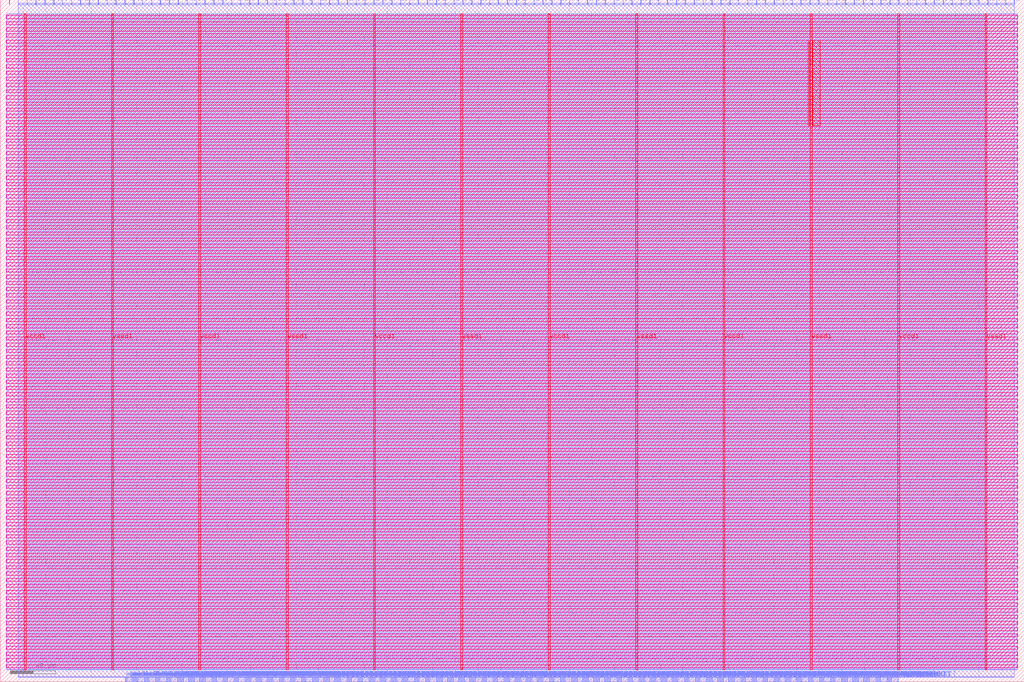
<source format=lef>
VERSION 5.7 ;
  NOWIREEXTENSIONATPIN ON ;
  DIVIDERCHAR "/" ;
  BUSBITCHARS "[]" ;
MACRO user_proj_example
  CLASS BLOCK ;
  FOREIGN user_proj_example ;
  ORIGIN 0.000 0.000 ;
  SIZE 900.000 BY 600.000 ;
  PIN io_in[0]
    DIRECTION INPUT ;
    USE SIGNAL ;
    PORT
      LAYER met2 ;
        RECT 7.910 596.000 8.190 600.000 ;
    END
  END io_in[0]
  PIN io_in[10]
    DIRECTION INPUT ;
    USE SIGNAL ;
    PORT
      LAYER met2 ;
        RECT 242.510 596.000 242.790 600.000 ;
    END
  END io_in[10]
  PIN io_in[11]
    DIRECTION INPUT ;
    USE SIGNAL ;
    PORT
      LAYER met2 ;
        RECT 265.970 596.000 266.250 600.000 ;
    END
  END io_in[11]
  PIN io_in[12]
    DIRECTION INPUT ;
    USE SIGNAL ;
    PORT
      LAYER met2 ;
        RECT 289.430 596.000 289.710 600.000 ;
    END
  END io_in[12]
  PIN io_in[13]
    DIRECTION INPUT ;
    USE SIGNAL ;
    PORT
      LAYER met2 ;
        RECT 312.890 596.000 313.170 600.000 ;
    END
  END io_in[13]
  PIN io_in[14]
    DIRECTION INPUT ;
    USE SIGNAL ;
    PORT
      LAYER met2 ;
        RECT 336.350 596.000 336.630 600.000 ;
    END
  END io_in[14]
  PIN io_in[15]
    DIRECTION INPUT ;
    USE SIGNAL ;
    PORT
      LAYER met2 ;
        RECT 359.810 596.000 360.090 600.000 ;
    END
  END io_in[15]
  PIN io_in[16]
    DIRECTION INPUT ;
    USE SIGNAL ;
    PORT
      LAYER met2 ;
        RECT 383.270 596.000 383.550 600.000 ;
    END
  END io_in[16]
  PIN io_in[17]
    DIRECTION INPUT ;
    USE SIGNAL ;
    PORT
      LAYER met2 ;
        RECT 406.730 596.000 407.010 600.000 ;
    END
  END io_in[17]
  PIN io_in[18]
    DIRECTION INPUT ;
    USE SIGNAL ;
    PORT
      LAYER met2 ;
        RECT 430.190 596.000 430.470 600.000 ;
    END
  END io_in[18]
  PIN io_in[19]
    DIRECTION INPUT ;
    USE SIGNAL ;
    PORT
      LAYER met2 ;
        RECT 453.650 596.000 453.930 600.000 ;
    END
  END io_in[19]
  PIN io_in[1]
    DIRECTION INPUT ;
    USE SIGNAL ;
    PORT
      LAYER met2 ;
        RECT 31.370 596.000 31.650 600.000 ;
    END
  END io_in[1]
  PIN io_in[20]
    DIRECTION INPUT ;
    USE SIGNAL ;
    PORT
      LAYER met2 ;
        RECT 477.110 596.000 477.390 600.000 ;
    END
  END io_in[20]
  PIN io_in[21]
    DIRECTION INPUT ;
    USE SIGNAL ;
    PORT
      LAYER met2 ;
        RECT 500.570 596.000 500.850 600.000 ;
    END
  END io_in[21]
  PIN io_in[22]
    DIRECTION INPUT ;
    USE SIGNAL ;
    PORT
      LAYER met2 ;
        RECT 524.030 596.000 524.310 600.000 ;
    END
  END io_in[22]
  PIN io_in[23]
    DIRECTION INPUT ;
    USE SIGNAL ;
    PORT
      LAYER met2 ;
        RECT 547.490 596.000 547.770 600.000 ;
    END
  END io_in[23]
  PIN io_in[24]
    DIRECTION INPUT ;
    USE SIGNAL ;
    PORT
      LAYER met2 ;
        RECT 570.950 596.000 571.230 600.000 ;
    END
  END io_in[24]
  PIN io_in[25]
    DIRECTION INPUT ;
    USE SIGNAL ;
    PORT
      LAYER met2 ;
        RECT 594.410 596.000 594.690 600.000 ;
    END
  END io_in[25]
  PIN io_in[26]
    DIRECTION INPUT ;
    USE SIGNAL ;
    PORT
      LAYER met2 ;
        RECT 617.870 596.000 618.150 600.000 ;
    END
  END io_in[26]
  PIN io_in[27]
    DIRECTION INPUT ;
    USE SIGNAL ;
    PORT
      LAYER met2 ;
        RECT 641.330 596.000 641.610 600.000 ;
    END
  END io_in[27]
  PIN io_in[28]
    DIRECTION INPUT ;
    USE SIGNAL ;
    PORT
      LAYER met2 ;
        RECT 664.790 596.000 665.070 600.000 ;
    END
  END io_in[28]
  PIN io_in[29]
    DIRECTION INPUT ;
    USE SIGNAL ;
    PORT
      LAYER met2 ;
        RECT 688.250 596.000 688.530 600.000 ;
    END
  END io_in[29]
  PIN io_in[2]
    DIRECTION INPUT ;
    USE SIGNAL ;
    PORT
      LAYER met2 ;
        RECT 54.830 596.000 55.110 600.000 ;
    END
  END io_in[2]
  PIN io_in[30]
    DIRECTION INPUT ;
    USE SIGNAL ;
    PORT
      LAYER met2 ;
        RECT 711.710 596.000 711.990 600.000 ;
    END
  END io_in[30]
  PIN io_in[31]
    DIRECTION INPUT ;
    USE SIGNAL ;
    PORT
      LAYER met2 ;
        RECT 735.170 596.000 735.450 600.000 ;
    END
  END io_in[31]
  PIN io_in[32]
    DIRECTION INPUT ;
    USE SIGNAL ;
    PORT
      LAYER met2 ;
        RECT 758.630 596.000 758.910 600.000 ;
    END
  END io_in[32]
  PIN io_in[33]
    DIRECTION INPUT ;
    USE SIGNAL ;
    PORT
      LAYER met2 ;
        RECT 782.090 596.000 782.370 600.000 ;
    END
  END io_in[33]
  PIN io_in[34]
    DIRECTION INPUT ;
    USE SIGNAL ;
    PORT
      LAYER met2 ;
        RECT 805.550 596.000 805.830 600.000 ;
    END
  END io_in[34]
  PIN io_in[35]
    DIRECTION INPUT ;
    USE SIGNAL ;
    PORT
      LAYER met2 ;
        RECT 829.010 596.000 829.290 600.000 ;
    END
  END io_in[35]
  PIN io_in[36]
    DIRECTION INPUT ;
    USE SIGNAL ;
    PORT
      LAYER met2 ;
        RECT 852.470 596.000 852.750 600.000 ;
    END
  END io_in[36]
  PIN io_in[37]
    DIRECTION INPUT ;
    USE SIGNAL ;
    PORT
      LAYER met2 ;
        RECT 875.930 596.000 876.210 600.000 ;
    END
  END io_in[37]
  PIN io_in[3]
    DIRECTION INPUT ;
    USE SIGNAL ;
    PORT
      LAYER met2 ;
        RECT 78.290 596.000 78.570 600.000 ;
    END
  END io_in[3]
  PIN io_in[4]
    DIRECTION INPUT ;
    USE SIGNAL ;
    PORT
      LAYER met2 ;
        RECT 101.750 596.000 102.030 600.000 ;
    END
  END io_in[4]
  PIN io_in[5]
    DIRECTION INPUT ;
    USE SIGNAL ;
    PORT
      LAYER met2 ;
        RECT 125.210 596.000 125.490 600.000 ;
    END
  END io_in[5]
  PIN io_in[6]
    DIRECTION INPUT ;
    USE SIGNAL ;
    PORT
      LAYER met2 ;
        RECT 148.670 596.000 148.950 600.000 ;
    END
  END io_in[6]
  PIN io_in[7]
    DIRECTION INPUT ;
    USE SIGNAL ;
    PORT
      LAYER met2 ;
        RECT 172.130 596.000 172.410 600.000 ;
    END
  END io_in[7]
  PIN io_in[8]
    DIRECTION INPUT ;
    USE SIGNAL ;
    PORT
      LAYER met2 ;
        RECT 195.590 596.000 195.870 600.000 ;
    END
  END io_in[8]
  PIN io_in[9]
    DIRECTION INPUT ;
    USE SIGNAL ;
    PORT
      LAYER met2 ;
        RECT 219.050 596.000 219.330 600.000 ;
    END
  END io_in[9]
  PIN io_oeb[0]
    DIRECTION OUTPUT TRISTATE ;
    USE SIGNAL ;
    PORT
      LAYER met2 ;
        RECT 15.730 596.000 16.010 600.000 ;
    END
  END io_oeb[0]
  PIN io_oeb[10]
    DIRECTION OUTPUT TRISTATE ;
    USE SIGNAL ;
    PORT
      LAYER met2 ;
        RECT 250.330 596.000 250.610 600.000 ;
    END
  END io_oeb[10]
  PIN io_oeb[11]
    DIRECTION OUTPUT TRISTATE ;
    USE SIGNAL ;
    PORT
      LAYER met2 ;
        RECT 273.790 596.000 274.070 600.000 ;
    END
  END io_oeb[11]
  PIN io_oeb[12]
    DIRECTION OUTPUT TRISTATE ;
    USE SIGNAL ;
    PORT
      LAYER met2 ;
        RECT 297.250 596.000 297.530 600.000 ;
    END
  END io_oeb[12]
  PIN io_oeb[13]
    DIRECTION OUTPUT TRISTATE ;
    USE SIGNAL ;
    PORT
      LAYER met2 ;
        RECT 320.710 596.000 320.990 600.000 ;
    END
  END io_oeb[13]
  PIN io_oeb[14]
    DIRECTION OUTPUT TRISTATE ;
    USE SIGNAL ;
    PORT
      LAYER met2 ;
        RECT 344.170 596.000 344.450 600.000 ;
    END
  END io_oeb[14]
  PIN io_oeb[15]
    DIRECTION OUTPUT TRISTATE ;
    USE SIGNAL ;
    PORT
      LAYER met2 ;
        RECT 367.630 596.000 367.910 600.000 ;
    END
  END io_oeb[15]
  PIN io_oeb[16]
    DIRECTION OUTPUT TRISTATE ;
    USE SIGNAL ;
    PORT
      LAYER met2 ;
        RECT 391.090 596.000 391.370 600.000 ;
    END
  END io_oeb[16]
  PIN io_oeb[17]
    DIRECTION OUTPUT TRISTATE ;
    USE SIGNAL ;
    PORT
      LAYER met2 ;
        RECT 414.550 596.000 414.830 600.000 ;
    END
  END io_oeb[17]
  PIN io_oeb[18]
    DIRECTION OUTPUT TRISTATE ;
    USE SIGNAL ;
    PORT
      LAYER met2 ;
        RECT 438.010 596.000 438.290 600.000 ;
    END
  END io_oeb[18]
  PIN io_oeb[19]
    DIRECTION OUTPUT TRISTATE ;
    USE SIGNAL ;
    PORT
      LAYER met2 ;
        RECT 461.470 596.000 461.750 600.000 ;
    END
  END io_oeb[19]
  PIN io_oeb[1]
    DIRECTION OUTPUT TRISTATE ;
    USE SIGNAL ;
    PORT
      LAYER met2 ;
        RECT 39.190 596.000 39.470 600.000 ;
    END
  END io_oeb[1]
  PIN io_oeb[20]
    DIRECTION OUTPUT TRISTATE ;
    USE SIGNAL ;
    PORT
      LAYER met2 ;
        RECT 484.930 596.000 485.210 600.000 ;
    END
  END io_oeb[20]
  PIN io_oeb[21]
    DIRECTION OUTPUT TRISTATE ;
    USE SIGNAL ;
    PORT
      LAYER met2 ;
        RECT 508.390 596.000 508.670 600.000 ;
    END
  END io_oeb[21]
  PIN io_oeb[22]
    DIRECTION OUTPUT TRISTATE ;
    USE SIGNAL ;
    PORT
      LAYER met2 ;
        RECT 531.850 596.000 532.130 600.000 ;
    END
  END io_oeb[22]
  PIN io_oeb[23]
    DIRECTION OUTPUT TRISTATE ;
    USE SIGNAL ;
    PORT
      LAYER met2 ;
        RECT 555.310 596.000 555.590 600.000 ;
    END
  END io_oeb[23]
  PIN io_oeb[24]
    DIRECTION OUTPUT TRISTATE ;
    USE SIGNAL ;
    PORT
      LAYER met2 ;
        RECT 578.770 596.000 579.050 600.000 ;
    END
  END io_oeb[24]
  PIN io_oeb[25]
    DIRECTION OUTPUT TRISTATE ;
    USE SIGNAL ;
    PORT
      LAYER met2 ;
        RECT 602.230 596.000 602.510 600.000 ;
    END
  END io_oeb[25]
  PIN io_oeb[26]
    DIRECTION OUTPUT TRISTATE ;
    USE SIGNAL ;
    PORT
      LAYER met2 ;
        RECT 625.690 596.000 625.970 600.000 ;
    END
  END io_oeb[26]
  PIN io_oeb[27]
    DIRECTION OUTPUT TRISTATE ;
    USE SIGNAL ;
    PORT
      LAYER met2 ;
        RECT 649.150 596.000 649.430 600.000 ;
    END
  END io_oeb[27]
  PIN io_oeb[28]
    DIRECTION OUTPUT TRISTATE ;
    USE SIGNAL ;
    PORT
      LAYER met2 ;
        RECT 672.610 596.000 672.890 600.000 ;
    END
  END io_oeb[28]
  PIN io_oeb[29]
    DIRECTION OUTPUT TRISTATE ;
    USE SIGNAL ;
    PORT
      LAYER met2 ;
        RECT 696.070 596.000 696.350 600.000 ;
    END
  END io_oeb[29]
  PIN io_oeb[2]
    DIRECTION OUTPUT TRISTATE ;
    USE SIGNAL ;
    PORT
      LAYER met2 ;
        RECT 62.650 596.000 62.930 600.000 ;
    END
  END io_oeb[2]
  PIN io_oeb[30]
    DIRECTION OUTPUT TRISTATE ;
    USE SIGNAL ;
    PORT
      LAYER met2 ;
        RECT 719.530 596.000 719.810 600.000 ;
    END
  END io_oeb[30]
  PIN io_oeb[31]
    DIRECTION OUTPUT TRISTATE ;
    USE SIGNAL ;
    PORT
      LAYER met2 ;
        RECT 742.990 596.000 743.270 600.000 ;
    END
  END io_oeb[31]
  PIN io_oeb[32]
    DIRECTION OUTPUT TRISTATE ;
    USE SIGNAL ;
    PORT
      LAYER met2 ;
        RECT 766.450 596.000 766.730 600.000 ;
    END
  END io_oeb[32]
  PIN io_oeb[33]
    DIRECTION OUTPUT TRISTATE ;
    USE SIGNAL ;
    PORT
      LAYER met2 ;
        RECT 789.910 596.000 790.190 600.000 ;
    END
  END io_oeb[33]
  PIN io_oeb[34]
    DIRECTION OUTPUT TRISTATE ;
    USE SIGNAL ;
    PORT
      LAYER met2 ;
        RECT 813.370 596.000 813.650 600.000 ;
    END
  END io_oeb[34]
  PIN io_oeb[35]
    DIRECTION OUTPUT TRISTATE ;
    USE SIGNAL ;
    PORT
      LAYER met2 ;
        RECT 836.830 596.000 837.110 600.000 ;
    END
  END io_oeb[35]
  PIN io_oeb[36]
    DIRECTION OUTPUT TRISTATE ;
    USE SIGNAL ;
    PORT
      LAYER met2 ;
        RECT 860.290 596.000 860.570 600.000 ;
    END
  END io_oeb[36]
  PIN io_oeb[37]
    DIRECTION OUTPUT TRISTATE ;
    USE SIGNAL ;
    PORT
      LAYER met2 ;
        RECT 883.750 596.000 884.030 600.000 ;
    END
  END io_oeb[37]
  PIN io_oeb[3]
    DIRECTION OUTPUT TRISTATE ;
    USE SIGNAL ;
    PORT
      LAYER met2 ;
        RECT 86.110 596.000 86.390 600.000 ;
    END
  END io_oeb[3]
  PIN io_oeb[4]
    DIRECTION OUTPUT TRISTATE ;
    USE SIGNAL ;
    PORT
      LAYER met2 ;
        RECT 109.570 596.000 109.850 600.000 ;
    END
  END io_oeb[4]
  PIN io_oeb[5]
    DIRECTION OUTPUT TRISTATE ;
    USE SIGNAL ;
    PORT
      LAYER met2 ;
        RECT 133.030 596.000 133.310 600.000 ;
    END
  END io_oeb[5]
  PIN io_oeb[6]
    DIRECTION OUTPUT TRISTATE ;
    USE SIGNAL ;
    PORT
      LAYER met2 ;
        RECT 156.490 596.000 156.770 600.000 ;
    END
  END io_oeb[6]
  PIN io_oeb[7]
    DIRECTION OUTPUT TRISTATE ;
    USE SIGNAL ;
    PORT
      LAYER met2 ;
        RECT 179.950 596.000 180.230 600.000 ;
    END
  END io_oeb[7]
  PIN io_oeb[8]
    DIRECTION OUTPUT TRISTATE ;
    USE SIGNAL ;
    PORT
      LAYER met2 ;
        RECT 203.410 596.000 203.690 600.000 ;
    END
  END io_oeb[8]
  PIN io_oeb[9]
    DIRECTION OUTPUT TRISTATE ;
    USE SIGNAL ;
    PORT
      LAYER met2 ;
        RECT 226.870 596.000 227.150 600.000 ;
    END
  END io_oeb[9]
  PIN io_out[0]
    DIRECTION OUTPUT TRISTATE ;
    USE SIGNAL ;
    PORT
      LAYER met2 ;
        RECT 23.550 596.000 23.830 600.000 ;
    END
  END io_out[0]
  PIN io_out[10]
    DIRECTION OUTPUT TRISTATE ;
    USE SIGNAL ;
    PORT
      LAYER met2 ;
        RECT 258.150 596.000 258.430 600.000 ;
    END
  END io_out[10]
  PIN io_out[11]
    DIRECTION OUTPUT TRISTATE ;
    USE SIGNAL ;
    PORT
      LAYER met2 ;
        RECT 281.610 596.000 281.890 600.000 ;
    END
  END io_out[11]
  PIN io_out[12]
    DIRECTION OUTPUT TRISTATE ;
    USE SIGNAL ;
    PORT
      LAYER met2 ;
        RECT 305.070 596.000 305.350 600.000 ;
    END
  END io_out[12]
  PIN io_out[13]
    DIRECTION OUTPUT TRISTATE ;
    USE SIGNAL ;
    PORT
      LAYER met2 ;
        RECT 328.530 596.000 328.810 600.000 ;
    END
  END io_out[13]
  PIN io_out[14]
    DIRECTION OUTPUT TRISTATE ;
    USE SIGNAL ;
    PORT
      LAYER met2 ;
        RECT 351.990 596.000 352.270 600.000 ;
    END
  END io_out[14]
  PIN io_out[15]
    DIRECTION OUTPUT TRISTATE ;
    USE SIGNAL ;
    PORT
      LAYER met2 ;
        RECT 375.450 596.000 375.730 600.000 ;
    END
  END io_out[15]
  PIN io_out[16]
    DIRECTION OUTPUT TRISTATE ;
    USE SIGNAL ;
    PORT
      LAYER met2 ;
        RECT 398.910 596.000 399.190 600.000 ;
    END
  END io_out[16]
  PIN io_out[17]
    DIRECTION OUTPUT TRISTATE ;
    USE SIGNAL ;
    PORT
      LAYER met2 ;
        RECT 422.370 596.000 422.650 600.000 ;
    END
  END io_out[17]
  PIN io_out[18]
    DIRECTION OUTPUT TRISTATE ;
    USE SIGNAL ;
    PORT
      LAYER met2 ;
        RECT 445.830 596.000 446.110 600.000 ;
    END
  END io_out[18]
  PIN io_out[19]
    DIRECTION OUTPUT TRISTATE ;
    USE SIGNAL ;
    PORT
      LAYER met2 ;
        RECT 469.290 596.000 469.570 600.000 ;
    END
  END io_out[19]
  PIN io_out[1]
    DIRECTION OUTPUT TRISTATE ;
    USE SIGNAL ;
    PORT
      LAYER met2 ;
        RECT 47.010 596.000 47.290 600.000 ;
    END
  END io_out[1]
  PIN io_out[20]
    DIRECTION OUTPUT TRISTATE ;
    USE SIGNAL ;
    PORT
      LAYER met2 ;
        RECT 492.750 596.000 493.030 600.000 ;
    END
  END io_out[20]
  PIN io_out[21]
    DIRECTION OUTPUT TRISTATE ;
    USE SIGNAL ;
    PORT
      LAYER met2 ;
        RECT 516.210 596.000 516.490 600.000 ;
    END
  END io_out[21]
  PIN io_out[22]
    DIRECTION OUTPUT TRISTATE ;
    USE SIGNAL ;
    PORT
      LAYER met2 ;
        RECT 539.670 596.000 539.950 600.000 ;
    END
  END io_out[22]
  PIN io_out[23]
    DIRECTION OUTPUT TRISTATE ;
    USE SIGNAL ;
    PORT
      LAYER met2 ;
        RECT 563.130 596.000 563.410 600.000 ;
    END
  END io_out[23]
  PIN io_out[24]
    DIRECTION OUTPUT TRISTATE ;
    USE SIGNAL ;
    PORT
      LAYER met2 ;
        RECT 586.590 596.000 586.870 600.000 ;
    END
  END io_out[24]
  PIN io_out[25]
    DIRECTION OUTPUT TRISTATE ;
    USE SIGNAL ;
    PORT
      LAYER met2 ;
        RECT 610.050 596.000 610.330 600.000 ;
    END
  END io_out[25]
  PIN io_out[26]
    DIRECTION OUTPUT TRISTATE ;
    USE SIGNAL ;
    PORT
      LAYER met2 ;
        RECT 633.510 596.000 633.790 600.000 ;
    END
  END io_out[26]
  PIN io_out[27]
    DIRECTION OUTPUT TRISTATE ;
    USE SIGNAL ;
    PORT
      LAYER met2 ;
        RECT 656.970 596.000 657.250 600.000 ;
    END
  END io_out[27]
  PIN io_out[28]
    DIRECTION OUTPUT TRISTATE ;
    USE SIGNAL ;
    PORT
      LAYER met2 ;
        RECT 680.430 596.000 680.710 600.000 ;
    END
  END io_out[28]
  PIN io_out[29]
    DIRECTION OUTPUT TRISTATE ;
    USE SIGNAL ;
    PORT
      LAYER met2 ;
        RECT 703.890 596.000 704.170 600.000 ;
    END
  END io_out[29]
  PIN io_out[2]
    DIRECTION OUTPUT TRISTATE ;
    USE SIGNAL ;
    PORT
      LAYER met2 ;
        RECT 70.470 596.000 70.750 600.000 ;
    END
  END io_out[2]
  PIN io_out[30]
    DIRECTION OUTPUT TRISTATE ;
    USE SIGNAL ;
    PORT
      LAYER met2 ;
        RECT 727.350 596.000 727.630 600.000 ;
    END
  END io_out[30]
  PIN io_out[31]
    DIRECTION OUTPUT TRISTATE ;
    USE SIGNAL ;
    PORT
      LAYER met2 ;
        RECT 750.810 596.000 751.090 600.000 ;
    END
  END io_out[31]
  PIN io_out[32]
    DIRECTION OUTPUT TRISTATE ;
    USE SIGNAL ;
    PORT
      LAYER met2 ;
        RECT 774.270 596.000 774.550 600.000 ;
    END
  END io_out[32]
  PIN io_out[33]
    DIRECTION OUTPUT TRISTATE ;
    USE SIGNAL ;
    PORT
      LAYER met2 ;
        RECT 797.730 596.000 798.010 600.000 ;
    END
  END io_out[33]
  PIN io_out[34]
    DIRECTION OUTPUT TRISTATE ;
    USE SIGNAL ;
    PORT
      LAYER met2 ;
        RECT 821.190 596.000 821.470 600.000 ;
    END
  END io_out[34]
  PIN io_out[35]
    DIRECTION OUTPUT TRISTATE ;
    USE SIGNAL ;
    PORT
      LAYER met2 ;
        RECT 844.650 596.000 844.930 600.000 ;
    END
  END io_out[35]
  PIN io_out[36]
    DIRECTION OUTPUT TRISTATE ;
    USE SIGNAL ;
    PORT
      LAYER met2 ;
        RECT 868.110 596.000 868.390 600.000 ;
    END
  END io_out[36]
  PIN io_out[37]
    DIRECTION OUTPUT TRISTATE ;
    USE SIGNAL ;
    PORT
      LAYER met2 ;
        RECT 891.570 596.000 891.850 600.000 ;
    END
  END io_out[37]
  PIN io_out[3]
    DIRECTION OUTPUT TRISTATE ;
    USE SIGNAL ;
    PORT
      LAYER met2 ;
        RECT 93.930 596.000 94.210 600.000 ;
    END
  END io_out[3]
  PIN io_out[4]
    DIRECTION OUTPUT TRISTATE ;
    USE SIGNAL ;
    PORT
      LAYER met2 ;
        RECT 117.390 596.000 117.670 600.000 ;
    END
  END io_out[4]
  PIN io_out[5]
    DIRECTION OUTPUT TRISTATE ;
    USE SIGNAL ;
    PORT
      LAYER met2 ;
        RECT 140.850 596.000 141.130 600.000 ;
    END
  END io_out[5]
  PIN io_out[6]
    DIRECTION OUTPUT TRISTATE ;
    USE SIGNAL ;
    PORT
      LAYER met2 ;
        RECT 164.310 596.000 164.590 600.000 ;
    END
  END io_out[6]
  PIN io_out[7]
    DIRECTION OUTPUT TRISTATE ;
    USE SIGNAL ;
    PORT
      LAYER met2 ;
        RECT 187.770 596.000 188.050 600.000 ;
    END
  END io_out[7]
  PIN io_out[8]
    DIRECTION OUTPUT TRISTATE ;
    USE SIGNAL ;
    PORT
      LAYER met2 ;
        RECT 211.230 596.000 211.510 600.000 ;
    END
  END io_out[8]
  PIN io_out[9]
    DIRECTION OUTPUT TRISTATE ;
    USE SIGNAL ;
    PORT
      LAYER met2 ;
        RECT 234.690 596.000 234.970 600.000 ;
    END
  END io_out[9]
  PIN irq[0]
    DIRECTION OUTPUT TRISTATE ;
    USE SIGNAL ;
    PORT
      LAYER met2 ;
        RECT 786.230 0.000 786.510 4.000 ;
    END
  END irq[0]
  PIN irq[1]
    DIRECTION OUTPUT TRISTATE ;
    USE SIGNAL ;
    PORT
      LAYER met2 ;
        RECT 787.610 0.000 787.890 4.000 ;
    END
  END irq[1]
  PIN irq[2]
    DIRECTION OUTPUT TRISTATE ;
    USE SIGNAL ;
    PORT
      LAYER met2 ;
        RECT 788.990 0.000 789.270 4.000 ;
    END
  END irq[2]
  PIN la_data_in[0]
    DIRECTION INPUT ;
    USE SIGNAL ;
    PORT
      LAYER met2 ;
        RECT 256.310 0.000 256.590 4.000 ;
    END
  END la_data_in[0]
  PIN la_data_in[100]
    DIRECTION INPUT ;
    USE SIGNAL ;
    PORT
      LAYER met2 ;
        RECT 670.310 0.000 670.590 4.000 ;
    END
  END la_data_in[100]
  PIN la_data_in[101]
    DIRECTION INPUT ;
    USE SIGNAL ;
    PORT
      LAYER met2 ;
        RECT 674.450 0.000 674.730 4.000 ;
    END
  END la_data_in[101]
  PIN la_data_in[102]
    DIRECTION INPUT ;
    USE SIGNAL ;
    PORT
      LAYER met2 ;
        RECT 678.590 0.000 678.870 4.000 ;
    END
  END la_data_in[102]
  PIN la_data_in[103]
    DIRECTION INPUT ;
    USE SIGNAL ;
    PORT
      LAYER met2 ;
        RECT 682.730 0.000 683.010 4.000 ;
    END
  END la_data_in[103]
  PIN la_data_in[104]
    DIRECTION INPUT ;
    USE SIGNAL ;
    PORT
      LAYER met2 ;
        RECT 686.870 0.000 687.150 4.000 ;
    END
  END la_data_in[104]
  PIN la_data_in[105]
    DIRECTION INPUT ;
    USE SIGNAL ;
    PORT
      LAYER met2 ;
        RECT 691.010 0.000 691.290 4.000 ;
    END
  END la_data_in[105]
  PIN la_data_in[106]
    DIRECTION INPUT ;
    USE SIGNAL ;
    PORT
      LAYER met2 ;
        RECT 695.150 0.000 695.430 4.000 ;
    END
  END la_data_in[106]
  PIN la_data_in[107]
    DIRECTION INPUT ;
    USE SIGNAL ;
    PORT
      LAYER met2 ;
        RECT 699.290 0.000 699.570 4.000 ;
    END
  END la_data_in[107]
  PIN la_data_in[108]
    DIRECTION INPUT ;
    USE SIGNAL ;
    PORT
      LAYER met2 ;
        RECT 703.430 0.000 703.710 4.000 ;
    END
  END la_data_in[108]
  PIN la_data_in[109]
    DIRECTION INPUT ;
    USE SIGNAL ;
    PORT
      LAYER met2 ;
        RECT 707.570 0.000 707.850 4.000 ;
    END
  END la_data_in[109]
  PIN la_data_in[10]
    DIRECTION INPUT ;
    USE SIGNAL ;
    PORT
      LAYER met2 ;
        RECT 297.710 0.000 297.990 4.000 ;
    END
  END la_data_in[10]
  PIN la_data_in[110]
    DIRECTION INPUT ;
    USE SIGNAL ;
    PORT
      LAYER met2 ;
        RECT 711.710 0.000 711.990 4.000 ;
    END
  END la_data_in[110]
  PIN la_data_in[111]
    DIRECTION INPUT ;
    USE SIGNAL ;
    PORT
      LAYER met2 ;
        RECT 715.850 0.000 716.130 4.000 ;
    END
  END la_data_in[111]
  PIN la_data_in[112]
    DIRECTION INPUT ;
    USE SIGNAL ;
    PORT
      LAYER met2 ;
        RECT 719.990 0.000 720.270 4.000 ;
    END
  END la_data_in[112]
  PIN la_data_in[113]
    DIRECTION INPUT ;
    USE SIGNAL ;
    PORT
      LAYER met2 ;
        RECT 724.130 0.000 724.410 4.000 ;
    END
  END la_data_in[113]
  PIN la_data_in[114]
    DIRECTION INPUT ;
    USE SIGNAL ;
    PORT
      LAYER met2 ;
        RECT 728.270 0.000 728.550 4.000 ;
    END
  END la_data_in[114]
  PIN la_data_in[115]
    DIRECTION INPUT ;
    USE SIGNAL ;
    PORT
      LAYER met2 ;
        RECT 732.410 0.000 732.690 4.000 ;
    END
  END la_data_in[115]
  PIN la_data_in[116]
    DIRECTION INPUT ;
    USE SIGNAL ;
    PORT
      LAYER met2 ;
        RECT 736.550 0.000 736.830 4.000 ;
    END
  END la_data_in[116]
  PIN la_data_in[117]
    DIRECTION INPUT ;
    USE SIGNAL ;
    PORT
      LAYER met2 ;
        RECT 740.690 0.000 740.970 4.000 ;
    END
  END la_data_in[117]
  PIN la_data_in[118]
    DIRECTION INPUT ;
    USE SIGNAL ;
    PORT
      LAYER met2 ;
        RECT 744.830 0.000 745.110 4.000 ;
    END
  END la_data_in[118]
  PIN la_data_in[119]
    DIRECTION INPUT ;
    USE SIGNAL ;
    PORT
      LAYER met2 ;
        RECT 748.970 0.000 749.250 4.000 ;
    END
  END la_data_in[119]
  PIN la_data_in[11]
    DIRECTION INPUT ;
    USE SIGNAL ;
    PORT
      LAYER met2 ;
        RECT 301.850 0.000 302.130 4.000 ;
    END
  END la_data_in[11]
  PIN la_data_in[120]
    DIRECTION INPUT ;
    USE SIGNAL ;
    PORT
      LAYER met2 ;
        RECT 753.110 0.000 753.390 4.000 ;
    END
  END la_data_in[120]
  PIN la_data_in[121]
    DIRECTION INPUT ;
    USE SIGNAL ;
    PORT
      LAYER met2 ;
        RECT 757.250 0.000 757.530 4.000 ;
    END
  END la_data_in[121]
  PIN la_data_in[122]
    DIRECTION INPUT ;
    USE SIGNAL ;
    PORT
      LAYER met2 ;
        RECT 761.390 0.000 761.670 4.000 ;
    END
  END la_data_in[122]
  PIN la_data_in[123]
    DIRECTION INPUT ;
    USE SIGNAL ;
    PORT
      LAYER met2 ;
        RECT 765.530 0.000 765.810 4.000 ;
    END
  END la_data_in[123]
  PIN la_data_in[124]
    DIRECTION INPUT ;
    USE SIGNAL ;
    PORT
      LAYER met2 ;
        RECT 769.670 0.000 769.950 4.000 ;
    END
  END la_data_in[124]
  PIN la_data_in[125]
    DIRECTION INPUT ;
    USE SIGNAL ;
    PORT
      LAYER met2 ;
        RECT 773.810 0.000 774.090 4.000 ;
    END
  END la_data_in[125]
  PIN la_data_in[126]
    DIRECTION INPUT ;
    USE SIGNAL ;
    PORT
      LAYER met2 ;
        RECT 777.950 0.000 778.230 4.000 ;
    END
  END la_data_in[126]
  PIN la_data_in[127]
    DIRECTION INPUT ;
    USE SIGNAL ;
    PORT
      LAYER met2 ;
        RECT 782.090 0.000 782.370 4.000 ;
    END
  END la_data_in[127]
  PIN la_data_in[12]
    DIRECTION INPUT ;
    USE SIGNAL ;
    PORT
      LAYER met2 ;
        RECT 305.990 0.000 306.270 4.000 ;
    END
  END la_data_in[12]
  PIN la_data_in[13]
    DIRECTION INPUT ;
    USE SIGNAL ;
    PORT
      LAYER met2 ;
        RECT 310.130 0.000 310.410 4.000 ;
    END
  END la_data_in[13]
  PIN la_data_in[14]
    DIRECTION INPUT ;
    USE SIGNAL ;
    PORT
      LAYER met2 ;
        RECT 314.270 0.000 314.550 4.000 ;
    END
  END la_data_in[14]
  PIN la_data_in[15]
    DIRECTION INPUT ;
    USE SIGNAL ;
    PORT
      LAYER met2 ;
        RECT 318.410 0.000 318.690 4.000 ;
    END
  END la_data_in[15]
  PIN la_data_in[16]
    DIRECTION INPUT ;
    USE SIGNAL ;
    PORT
      LAYER met2 ;
        RECT 322.550 0.000 322.830 4.000 ;
    END
  END la_data_in[16]
  PIN la_data_in[17]
    DIRECTION INPUT ;
    USE SIGNAL ;
    PORT
      LAYER met2 ;
        RECT 326.690 0.000 326.970 4.000 ;
    END
  END la_data_in[17]
  PIN la_data_in[18]
    DIRECTION INPUT ;
    USE SIGNAL ;
    PORT
      LAYER met2 ;
        RECT 330.830 0.000 331.110 4.000 ;
    END
  END la_data_in[18]
  PIN la_data_in[19]
    DIRECTION INPUT ;
    USE SIGNAL ;
    PORT
      LAYER met2 ;
        RECT 334.970 0.000 335.250 4.000 ;
    END
  END la_data_in[19]
  PIN la_data_in[1]
    DIRECTION INPUT ;
    USE SIGNAL ;
    PORT
      LAYER met2 ;
        RECT 260.450 0.000 260.730 4.000 ;
    END
  END la_data_in[1]
  PIN la_data_in[20]
    DIRECTION INPUT ;
    USE SIGNAL ;
    PORT
      LAYER met2 ;
        RECT 339.110 0.000 339.390 4.000 ;
    END
  END la_data_in[20]
  PIN la_data_in[21]
    DIRECTION INPUT ;
    USE SIGNAL ;
    PORT
      LAYER met2 ;
        RECT 343.250 0.000 343.530 4.000 ;
    END
  END la_data_in[21]
  PIN la_data_in[22]
    DIRECTION INPUT ;
    USE SIGNAL ;
    PORT
      LAYER met2 ;
        RECT 347.390 0.000 347.670 4.000 ;
    END
  END la_data_in[22]
  PIN la_data_in[23]
    DIRECTION INPUT ;
    USE SIGNAL ;
    PORT
      LAYER met2 ;
        RECT 351.530 0.000 351.810 4.000 ;
    END
  END la_data_in[23]
  PIN la_data_in[24]
    DIRECTION INPUT ;
    USE SIGNAL ;
    PORT
      LAYER met2 ;
        RECT 355.670 0.000 355.950 4.000 ;
    END
  END la_data_in[24]
  PIN la_data_in[25]
    DIRECTION INPUT ;
    USE SIGNAL ;
    PORT
      LAYER met2 ;
        RECT 359.810 0.000 360.090 4.000 ;
    END
  END la_data_in[25]
  PIN la_data_in[26]
    DIRECTION INPUT ;
    USE SIGNAL ;
    PORT
      LAYER met2 ;
        RECT 363.950 0.000 364.230 4.000 ;
    END
  END la_data_in[26]
  PIN la_data_in[27]
    DIRECTION INPUT ;
    USE SIGNAL ;
    PORT
      LAYER met2 ;
        RECT 368.090 0.000 368.370 4.000 ;
    END
  END la_data_in[27]
  PIN la_data_in[28]
    DIRECTION INPUT ;
    USE SIGNAL ;
    PORT
      LAYER met2 ;
        RECT 372.230 0.000 372.510 4.000 ;
    END
  END la_data_in[28]
  PIN la_data_in[29]
    DIRECTION INPUT ;
    USE SIGNAL ;
    PORT
      LAYER met2 ;
        RECT 376.370 0.000 376.650 4.000 ;
    END
  END la_data_in[29]
  PIN la_data_in[2]
    DIRECTION INPUT ;
    USE SIGNAL ;
    PORT
      LAYER met2 ;
        RECT 264.590 0.000 264.870 4.000 ;
    END
  END la_data_in[2]
  PIN la_data_in[30]
    DIRECTION INPUT ;
    USE SIGNAL ;
    PORT
      LAYER met2 ;
        RECT 380.510 0.000 380.790 4.000 ;
    END
  END la_data_in[30]
  PIN la_data_in[31]
    DIRECTION INPUT ;
    USE SIGNAL ;
    PORT
      LAYER met2 ;
        RECT 384.650 0.000 384.930 4.000 ;
    END
  END la_data_in[31]
  PIN la_data_in[32]
    DIRECTION INPUT ;
    USE SIGNAL ;
    PORT
      LAYER met2 ;
        RECT 388.790 0.000 389.070 4.000 ;
    END
  END la_data_in[32]
  PIN la_data_in[33]
    DIRECTION INPUT ;
    USE SIGNAL ;
    PORT
      LAYER met2 ;
        RECT 392.930 0.000 393.210 4.000 ;
    END
  END la_data_in[33]
  PIN la_data_in[34]
    DIRECTION INPUT ;
    USE SIGNAL ;
    PORT
      LAYER met2 ;
        RECT 397.070 0.000 397.350 4.000 ;
    END
  END la_data_in[34]
  PIN la_data_in[35]
    DIRECTION INPUT ;
    USE SIGNAL ;
    PORT
      LAYER met2 ;
        RECT 401.210 0.000 401.490 4.000 ;
    END
  END la_data_in[35]
  PIN la_data_in[36]
    DIRECTION INPUT ;
    USE SIGNAL ;
    PORT
      LAYER met2 ;
        RECT 405.350 0.000 405.630 4.000 ;
    END
  END la_data_in[36]
  PIN la_data_in[37]
    DIRECTION INPUT ;
    USE SIGNAL ;
    PORT
      LAYER met2 ;
        RECT 409.490 0.000 409.770 4.000 ;
    END
  END la_data_in[37]
  PIN la_data_in[38]
    DIRECTION INPUT ;
    USE SIGNAL ;
    PORT
      LAYER met2 ;
        RECT 413.630 0.000 413.910 4.000 ;
    END
  END la_data_in[38]
  PIN la_data_in[39]
    DIRECTION INPUT ;
    USE SIGNAL ;
    PORT
      LAYER met2 ;
        RECT 417.770 0.000 418.050 4.000 ;
    END
  END la_data_in[39]
  PIN la_data_in[3]
    DIRECTION INPUT ;
    USE SIGNAL ;
    PORT
      LAYER met2 ;
        RECT 268.730 0.000 269.010 4.000 ;
    END
  END la_data_in[3]
  PIN la_data_in[40]
    DIRECTION INPUT ;
    USE SIGNAL ;
    PORT
      LAYER met2 ;
        RECT 421.910 0.000 422.190 4.000 ;
    END
  END la_data_in[40]
  PIN la_data_in[41]
    DIRECTION INPUT ;
    USE SIGNAL ;
    PORT
      LAYER met2 ;
        RECT 426.050 0.000 426.330 4.000 ;
    END
  END la_data_in[41]
  PIN la_data_in[42]
    DIRECTION INPUT ;
    USE SIGNAL ;
    PORT
      LAYER met2 ;
        RECT 430.190 0.000 430.470 4.000 ;
    END
  END la_data_in[42]
  PIN la_data_in[43]
    DIRECTION INPUT ;
    USE SIGNAL ;
    PORT
      LAYER met2 ;
        RECT 434.330 0.000 434.610 4.000 ;
    END
  END la_data_in[43]
  PIN la_data_in[44]
    DIRECTION INPUT ;
    USE SIGNAL ;
    PORT
      LAYER met2 ;
        RECT 438.470 0.000 438.750 4.000 ;
    END
  END la_data_in[44]
  PIN la_data_in[45]
    DIRECTION INPUT ;
    USE SIGNAL ;
    PORT
      LAYER met2 ;
        RECT 442.610 0.000 442.890 4.000 ;
    END
  END la_data_in[45]
  PIN la_data_in[46]
    DIRECTION INPUT ;
    USE SIGNAL ;
    PORT
      LAYER met2 ;
        RECT 446.750 0.000 447.030 4.000 ;
    END
  END la_data_in[46]
  PIN la_data_in[47]
    DIRECTION INPUT ;
    USE SIGNAL ;
    PORT
      LAYER met2 ;
        RECT 450.890 0.000 451.170 4.000 ;
    END
  END la_data_in[47]
  PIN la_data_in[48]
    DIRECTION INPUT ;
    USE SIGNAL ;
    PORT
      LAYER met2 ;
        RECT 455.030 0.000 455.310 4.000 ;
    END
  END la_data_in[48]
  PIN la_data_in[49]
    DIRECTION INPUT ;
    USE SIGNAL ;
    PORT
      LAYER met2 ;
        RECT 459.170 0.000 459.450 4.000 ;
    END
  END la_data_in[49]
  PIN la_data_in[4]
    DIRECTION INPUT ;
    USE SIGNAL ;
    PORT
      LAYER met2 ;
        RECT 272.870 0.000 273.150 4.000 ;
    END
  END la_data_in[4]
  PIN la_data_in[50]
    DIRECTION INPUT ;
    USE SIGNAL ;
    PORT
      LAYER met2 ;
        RECT 463.310 0.000 463.590 4.000 ;
    END
  END la_data_in[50]
  PIN la_data_in[51]
    DIRECTION INPUT ;
    USE SIGNAL ;
    PORT
      LAYER met2 ;
        RECT 467.450 0.000 467.730 4.000 ;
    END
  END la_data_in[51]
  PIN la_data_in[52]
    DIRECTION INPUT ;
    USE SIGNAL ;
    PORT
      LAYER met2 ;
        RECT 471.590 0.000 471.870 4.000 ;
    END
  END la_data_in[52]
  PIN la_data_in[53]
    DIRECTION INPUT ;
    USE SIGNAL ;
    PORT
      LAYER met2 ;
        RECT 475.730 0.000 476.010 4.000 ;
    END
  END la_data_in[53]
  PIN la_data_in[54]
    DIRECTION INPUT ;
    USE SIGNAL ;
    PORT
      LAYER met2 ;
        RECT 479.870 0.000 480.150 4.000 ;
    END
  END la_data_in[54]
  PIN la_data_in[55]
    DIRECTION INPUT ;
    USE SIGNAL ;
    PORT
      LAYER met2 ;
        RECT 484.010 0.000 484.290 4.000 ;
    END
  END la_data_in[55]
  PIN la_data_in[56]
    DIRECTION INPUT ;
    USE SIGNAL ;
    PORT
      LAYER met2 ;
        RECT 488.150 0.000 488.430 4.000 ;
    END
  END la_data_in[56]
  PIN la_data_in[57]
    DIRECTION INPUT ;
    USE SIGNAL ;
    PORT
      LAYER met2 ;
        RECT 492.290 0.000 492.570 4.000 ;
    END
  END la_data_in[57]
  PIN la_data_in[58]
    DIRECTION INPUT ;
    USE SIGNAL ;
    PORT
      LAYER met2 ;
        RECT 496.430 0.000 496.710 4.000 ;
    END
  END la_data_in[58]
  PIN la_data_in[59]
    DIRECTION INPUT ;
    USE SIGNAL ;
    PORT
      LAYER met2 ;
        RECT 500.570 0.000 500.850 4.000 ;
    END
  END la_data_in[59]
  PIN la_data_in[5]
    DIRECTION INPUT ;
    USE SIGNAL ;
    PORT
      LAYER met2 ;
        RECT 277.010 0.000 277.290 4.000 ;
    END
  END la_data_in[5]
  PIN la_data_in[60]
    DIRECTION INPUT ;
    USE SIGNAL ;
    PORT
      LAYER met2 ;
        RECT 504.710 0.000 504.990 4.000 ;
    END
  END la_data_in[60]
  PIN la_data_in[61]
    DIRECTION INPUT ;
    USE SIGNAL ;
    PORT
      LAYER met2 ;
        RECT 508.850 0.000 509.130 4.000 ;
    END
  END la_data_in[61]
  PIN la_data_in[62]
    DIRECTION INPUT ;
    USE SIGNAL ;
    PORT
      LAYER met2 ;
        RECT 512.990 0.000 513.270 4.000 ;
    END
  END la_data_in[62]
  PIN la_data_in[63]
    DIRECTION INPUT ;
    USE SIGNAL ;
    PORT
      LAYER met2 ;
        RECT 517.130 0.000 517.410 4.000 ;
    END
  END la_data_in[63]
  PIN la_data_in[64]
    DIRECTION INPUT ;
    USE SIGNAL ;
    PORT
      LAYER met2 ;
        RECT 521.270 0.000 521.550 4.000 ;
    END
  END la_data_in[64]
  PIN la_data_in[65]
    DIRECTION INPUT ;
    USE SIGNAL ;
    PORT
      LAYER met2 ;
        RECT 525.410 0.000 525.690 4.000 ;
    END
  END la_data_in[65]
  PIN la_data_in[66]
    DIRECTION INPUT ;
    USE SIGNAL ;
    PORT
      LAYER met2 ;
        RECT 529.550 0.000 529.830 4.000 ;
    END
  END la_data_in[66]
  PIN la_data_in[67]
    DIRECTION INPUT ;
    USE SIGNAL ;
    PORT
      LAYER met2 ;
        RECT 533.690 0.000 533.970 4.000 ;
    END
  END la_data_in[67]
  PIN la_data_in[68]
    DIRECTION INPUT ;
    USE SIGNAL ;
    PORT
      LAYER met2 ;
        RECT 537.830 0.000 538.110 4.000 ;
    END
  END la_data_in[68]
  PIN la_data_in[69]
    DIRECTION INPUT ;
    USE SIGNAL ;
    PORT
      LAYER met2 ;
        RECT 541.970 0.000 542.250 4.000 ;
    END
  END la_data_in[69]
  PIN la_data_in[6]
    DIRECTION INPUT ;
    USE SIGNAL ;
    PORT
      LAYER met2 ;
        RECT 281.150 0.000 281.430 4.000 ;
    END
  END la_data_in[6]
  PIN la_data_in[70]
    DIRECTION INPUT ;
    USE SIGNAL ;
    PORT
      LAYER met2 ;
        RECT 546.110 0.000 546.390 4.000 ;
    END
  END la_data_in[70]
  PIN la_data_in[71]
    DIRECTION INPUT ;
    USE SIGNAL ;
    PORT
      LAYER met2 ;
        RECT 550.250 0.000 550.530 4.000 ;
    END
  END la_data_in[71]
  PIN la_data_in[72]
    DIRECTION INPUT ;
    USE SIGNAL ;
    PORT
      LAYER met2 ;
        RECT 554.390 0.000 554.670 4.000 ;
    END
  END la_data_in[72]
  PIN la_data_in[73]
    DIRECTION INPUT ;
    USE SIGNAL ;
    PORT
      LAYER met2 ;
        RECT 558.530 0.000 558.810 4.000 ;
    END
  END la_data_in[73]
  PIN la_data_in[74]
    DIRECTION INPUT ;
    USE SIGNAL ;
    PORT
      LAYER met2 ;
        RECT 562.670 0.000 562.950 4.000 ;
    END
  END la_data_in[74]
  PIN la_data_in[75]
    DIRECTION INPUT ;
    USE SIGNAL ;
    PORT
      LAYER met2 ;
        RECT 566.810 0.000 567.090 4.000 ;
    END
  END la_data_in[75]
  PIN la_data_in[76]
    DIRECTION INPUT ;
    USE SIGNAL ;
    PORT
      LAYER met2 ;
        RECT 570.950 0.000 571.230 4.000 ;
    END
  END la_data_in[76]
  PIN la_data_in[77]
    DIRECTION INPUT ;
    USE SIGNAL ;
    PORT
      LAYER met2 ;
        RECT 575.090 0.000 575.370 4.000 ;
    END
  END la_data_in[77]
  PIN la_data_in[78]
    DIRECTION INPUT ;
    USE SIGNAL ;
    PORT
      LAYER met2 ;
        RECT 579.230 0.000 579.510 4.000 ;
    END
  END la_data_in[78]
  PIN la_data_in[79]
    DIRECTION INPUT ;
    USE SIGNAL ;
    PORT
      LAYER met2 ;
        RECT 583.370 0.000 583.650 4.000 ;
    END
  END la_data_in[79]
  PIN la_data_in[7]
    DIRECTION INPUT ;
    USE SIGNAL ;
    PORT
      LAYER met2 ;
        RECT 285.290 0.000 285.570 4.000 ;
    END
  END la_data_in[7]
  PIN la_data_in[80]
    DIRECTION INPUT ;
    USE SIGNAL ;
    PORT
      LAYER met2 ;
        RECT 587.510 0.000 587.790 4.000 ;
    END
  END la_data_in[80]
  PIN la_data_in[81]
    DIRECTION INPUT ;
    USE SIGNAL ;
    PORT
      LAYER met2 ;
        RECT 591.650 0.000 591.930 4.000 ;
    END
  END la_data_in[81]
  PIN la_data_in[82]
    DIRECTION INPUT ;
    USE SIGNAL ;
    PORT
      LAYER met2 ;
        RECT 595.790 0.000 596.070 4.000 ;
    END
  END la_data_in[82]
  PIN la_data_in[83]
    DIRECTION INPUT ;
    USE SIGNAL ;
    PORT
      LAYER met2 ;
        RECT 599.930 0.000 600.210 4.000 ;
    END
  END la_data_in[83]
  PIN la_data_in[84]
    DIRECTION INPUT ;
    USE SIGNAL ;
    PORT
      LAYER met2 ;
        RECT 604.070 0.000 604.350 4.000 ;
    END
  END la_data_in[84]
  PIN la_data_in[85]
    DIRECTION INPUT ;
    USE SIGNAL ;
    PORT
      LAYER met2 ;
        RECT 608.210 0.000 608.490 4.000 ;
    END
  END la_data_in[85]
  PIN la_data_in[86]
    DIRECTION INPUT ;
    USE SIGNAL ;
    PORT
      LAYER met2 ;
        RECT 612.350 0.000 612.630 4.000 ;
    END
  END la_data_in[86]
  PIN la_data_in[87]
    DIRECTION INPUT ;
    USE SIGNAL ;
    PORT
      LAYER met2 ;
        RECT 616.490 0.000 616.770 4.000 ;
    END
  END la_data_in[87]
  PIN la_data_in[88]
    DIRECTION INPUT ;
    USE SIGNAL ;
    PORT
      LAYER met2 ;
        RECT 620.630 0.000 620.910 4.000 ;
    END
  END la_data_in[88]
  PIN la_data_in[89]
    DIRECTION INPUT ;
    USE SIGNAL ;
    PORT
      LAYER met2 ;
        RECT 624.770 0.000 625.050 4.000 ;
    END
  END la_data_in[89]
  PIN la_data_in[8]
    DIRECTION INPUT ;
    USE SIGNAL ;
    PORT
      LAYER met2 ;
        RECT 289.430 0.000 289.710 4.000 ;
    END
  END la_data_in[8]
  PIN la_data_in[90]
    DIRECTION INPUT ;
    USE SIGNAL ;
    PORT
      LAYER met2 ;
        RECT 628.910 0.000 629.190 4.000 ;
    END
  END la_data_in[90]
  PIN la_data_in[91]
    DIRECTION INPUT ;
    USE SIGNAL ;
    PORT
      LAYER met2 ;
        RECT 633.050 0.000 633.330 4.000 ;
    END
  END la_data_in[91]
  PIN la_data_in[92]
    DIRECTION INPUT ;
    USE SIGNAL ;
    PORT
      LAYER met2 ;
        RECT 637.190 0.000 637.470 4.000 ;
    END
  END la_data_in[92]
  PIN la_data_in[93]
    DIRECTION INPUT ;
    USE SIGNAL ;
    PORT
      LAYER met2 ;
        RECT 641.330 0.000 641.610 4.000 ;
    END
  END la_data_in[93]
  PIN la_data_in[94]
    DIRECTION INPUT ;
    USE SIGNAL ;
    PORT
      LAYER met2 ;
        RECT 645.470 0.000 645.750 4.000 ;
    END
  END la_data_in[94]
  PIN la_data_in[95]
    DIRECTION INPUT ;
    USE SIGNAL ;
    PORT
      LAYER met2 ;
        RECT 649.610 0.000 649.890 4.000 ;
    END
  END la_data_in[95]
  PIN la_data_in[96]
    DIRECTION INPUT ;
    USE SIGNAL ;
    PORT
      LAYER met2 ;
        RECT 653.750 0.000 654.030 4.000 ;
    END
  END la_data_in[96]
  PIN la_data_in[97]
    DIRECTION INPUT ;
    USE SIGNAL ;
    PORT
      LAYER met2 ;
        RECT 657.890 0.000 658.170 4.000 ;
    END
  END la_data_in[97]
  PIN la_data_in[98]
    DIRECTION INPUT ;
    USE SIGNAL ;
    PORT
      LAYER met2 ;
        RECT 662.030 0.000 662.310 4.000 ;
    END
  END la_data_in[98]
  PIN la_data_in[99]
    DIRECTION INPUT ;
    USE SIGNAL ;
    PORT
      LAYER met2 ;
        RECT 666.170 0.000 666.450 4.000 ;
    END
  END la_data_in[99]
  PIN la_data_in[9]
    DIRECTION INPUT ;
    USE SIGNAL ;
    PORT
      LAYER met2 ;
        RECT 293.570 0.000 293.850 4.000 ;
    END
  END la_data_in[9]
  PIN la_data_out[0]
    DIRECTION OUTPUT TRISTATE ;
    USE SIGNAL ;
    PORT
      LAYER met2 ;
        RECT 257.690 0.000 257.970 4.000 ;
    END
  END la_data_out[0]
  PIN la_data_out[100]
    DIRECTION OUTPUT TRISTATE ;
    USE SIGNAL ;
    PORT
      LAYER met2 ;
        RECT 671.690 0.000 671.970 4.000 ;
    END
  END la_data_out[100]
  PIN la_data_out[101]
    DIRECTION OUTPUT TRISTATE ;
    USE SIGNAL ;
    PORT
      LAYER met2 ;
        RECT 675.830 0.000 676.110 4.000 ;
    END
  END la_data_out[101]
  PIN la_data_out[102]
    DIRECTION OUTPUT TRISTATE ;
    USE SIGNAL ;
    PORT
      LAYER met2 ;
        RECT 679.970 0.000 680.250 4.000 ;
    END
  END la_data_out[102]
  PIN la_data_out[103]
    DIRECTION OUTPUT TRISTATE ;
    USE SIGNAL ;
    PORT
      LAYER met2 ;
        RECT 684.110 0.000 684.390 4.000 ;
    END
  END la_data_out[103]
  PIN la_data_out[104]
    DIRECTION OUTPUT TRISTATE ;
    USE SIGNAL ;
    PORT
      LAYER met2 ;
        RECT 688.250 0.000 688.530 4.000 ;
    END
  END la_data_out[104]
  PIN la_data_out[105]
    DIRECTION OUTPUT TRISTATE ;
    USE SIGNAL ;
    PORT
      LAYER met2 ;
        RECT 692.390 0.000 692.670 4.000 ;
    END
  END la_data_out[105]
  PIN la_data_out[106]
    DIRECTION OUTPUT TRISTATE ;
    USE SIGNAL ;
    PORT
      LAYER met2 ;
        RECT 696.530 0.000 696.810 4.000 ;
    END
  END la_data_out[106]
  PIN la_data_out[107]
    DIRECTION OUTPUT TRISTATE ;
    USE SIGNAL ;
    PORT
      LAYER met2 ;
        RECT 700.670 0.000 700.950 4.000 ;
    END
  END la_data_out[107]
  PIN la_data_out[108]
    DIRECTION OUTPUT TRISTATE ;
    USE SIGNAL ;
    PORT
      LAYER met2 ;
        RECT 704.810 0.000 705.090 4.000 ;
    END
  END la_data_out[108]
  PIN la_data_out[109]
    DIRECTION OUTPUT TRISTATE ;
    USE SIGNAL ;
    PORT
      LAYER met2 ;
        RECT 708.950 0.000 709.230 4.000 ;
    END
  END la_data_out[109]
  PIN la_data_out[10]
    DIRECTION OUTPUT TRISTATE ;
    USE SIGNAL ;
    PORT
      LAYER met2 ;
        RECT 299.090 0.000 299.370 4.000 ;
    END
  END la_data_out[10]
  PIN la_data_out[110]
    DIRECTION OUTPUT TRISTATE ;
    USE SIGNAL ;
    PORT
      LAYER met2 ;
        RECT 713.090 0.000 713.370 4.000 ;
    END
  END la_data_out[110]
  PIN la_data_out[111]
    DIRECTION OUTPUT TRISTATE ;
    USE SIGNAL ;
    PORT
      LAYER met2 ;
        RECT 717.230 0.000 717.510 4.000 ;
    END
  END la_data_out[111]
  PIN la_data_out[112]
    DIRECTION OUTPUT TRISTATE ;
    USE SIGNAL ;
    PORT
      LAYER met2 ;
        RECT 721.370 0.000 721.650 4.000 ;
    END
  END la_data_out[112]
  PIN la_data_out[113]
    DIRECTION OUTPUT TRISTATE ;
    USE SIGNAL ;
    PORT
      LAYER met2 ;
        RECT 725.510 0.000 725.790 4.000 ;
    END
  END la_data_out[113]
  PIN la_data_out[114]
    DIRECTION OUTPUT TRISTATE ;
    USE SIGNAL ;
    PORT
      LAYER met2 ;
        RECT 729.650 0.000 729.930 4.000 ;
    END
  END la_data_out[114]
  PIN la_data_out[115]
    DIRECTION OUTPUT TRISTATE ;
    USE SIGNAL ;
    PORT
      LAYER met2 ;
        RECT 733.790 0.000 734.070 4.000 ;
    END
  END la_data_out[115]
  PIN la_data_out[116]
    DIRECTION OUTPUT TRISTATE ;
    USE SIGNAL ;
    PORT
      LAYER met2 ;
        RECT 737.930 0.000 738.210 4.000 ;
    END
  END la_data_out[116]
  PIN la_data_out[117]
    DIRECTION OUTPUT TRISTATE ;
    USE SIGNAL ;
    PORT
      LAYER met2 ;
        RECT 742.070 0.000 742.350 4.000 ;
    END
  END la_data_out[117]
  PIN la_data_out[118]
    DIRECTION OUTPUT TRISTATE ;
    USE SIGNAL ;
    PORT
      LAYER met2 ;
        RECT 746.210 0.000 746.490 4.000 ;
    END
  END la_data_out[118]
  PIN la_data_out[119]
    DIRECTION OUTPUT TRISTATE ;
    USE SIGNAL ;
    PORT
      LAYER met2 ;
        RECT 750.350 0.000 750.630 4.000 ;
    END
  END la_data_out[119]
  PIN la_data_out[11]
    DIRECTION OUTPUT TRISTATE ;
    USE SIGNAL ;
    PORT
      LAYER met2 ;
        RECT 303.230 0.000 303.510 4.000 ;
    END
  END la_data_out[11]
  PIN la_data_out[120]
    DIRECTION OUTPUT TRISTATE ;
    USE SIGNAL ;
    PORT
      LAYER met2 ;
        RECT 754.490 0.000 754.770 4.000 ;
    END
  END la_data_out[120]
  PIN la_data_out[121]
    DIRECTION OUTPUT TRISTATE ;
    USE SIGNAL ;
    PORT
      LAYER met2 ;
        RECT 758.630 0.000 758.910 4.000 ;
    END
  END la_data_out[121]
  PIN la_data_out[122]
    DIRECTION OUTPUT TRISTATE ;
    USE SIGNAL ;
    PORT
      LAYER met2 ;
        RECT 762.770 0.000 763.050 4.000 ;
    END
  END la_data_out[122]
  PIN la_data_out[123]
    DIRECTION OUTPUT TRISTATE ;
    USE SIGNAL ;
    PORT
      LAYER met2 ;
        RECT 766.910 0.000 767.190 4.000 ;
    END
  END la_data_out[123]
  PIN la_data_out[124]
    DIRECTION OUTPUT TRISTATE ;
    USE SIGNAL ;
    PORT
      LAYER met2 ;
        RECT 771.050 0.000 771.330 4.000 ;
    END
  END la_data_out[124]
  PIN la_data_out[125]
    DIRECTION OUTPUT TRISTATE ;
    USE SIGNAL ;
    PORT
      LAYER met2 ;
        RECT 775.190 0.000 775.470 4.000 ;
    END
  END la_data_out[125]
  PIN la_data_out[126]
    DIRECTION OUTPUT TRISTATE ;
    USE SIGNAL ;
    PORT
      LAYER met2 ;
        RECT 779.330 0.000 779.610 4.000 ;
    END
  END la_data_out[126]
  PIN la_data_out[127]
    DIRECTION OUTPUT TRISTATE ;
    USE SIGNAL ;
    PORT
      LAYER met2 ;
        RECT 783.470 0.000 783.750 4.000 ;
    END
  END la_data_out[127]
  PIN la_data_out[12]
    DIRECTION OUTPUT TRISTATE ;
    USE SIGNAL ;
    PORT
      LAYER met2 ;
        RECT 307.370 0.000 307.650 4.000 ;
    END
  END la_data_out[12]
  PIN la_data_out[13]
    DIRECTION OUTPUT TRISTATE ;
    USE SIGNAL ;
    PORT
      LAYER met2 ;
        RECT 311.510 0.000 311.790 4.000 ;
    END
  END la_data_out[13]
  PIN la_data_out[14]
    DIRECTION OUTPUT TRISTATE ;
    USE SIGNAL ;
    PORT
      LAYER met2 ;
        RECT 315.650 0.000 315.930 4.000 ;
    END
  END la_data_out[14]
  PIN la_data_out[15]
    DIRECTION OUTPUT TRISTATE ;
    USE SIGNAL ;
    PORT
      LAYER met2 ;
        RECT 319.790 0.000 320.070 4.000 ;
    END
  END la_data_out[15]
  PIN la_data_out[16]
    DIRECTION OUTPUT TRISTATE ;
    USE SIGNAL ;
    PORT
      LAYER met2 ;
        RECT 323.930 0.000 324.210 4.000 ;
    END
  END la_data_out[16]
  PIN la_data_out[17]
    DIRECTION OUTPUT TRISTATE ;
    USE SIGNAL ;
    PORT
      LAYER met2 ;
        RECT 328.070 0.000 328.350 4.000 ;
    END
  END la_data_out[17]
  PIN la_data_out[18]
    DIRECTION OUTPUT TRISTATE ;
    USE SIGNAL ;
    PORT
      LAYER met2 ;
        RECT 332.210 0.000 332.490 4.000 ;
    END
  END la_data_out[18]
  PIN la_data_out[19]
    DIRECTION OUTPUT TRISTATE ;
    USE SIGNAL ;
    PORT
      LAYER met2 ;
        RECT 336.350 0.000 336.630 4.000 ;
    END
  END la_data_out[19]
  PIN la_data_out[1]
    DIRECTION OUTPUT TRISTATE ;
    USE SIGNAL ;
    PORT
      LAYER met2 ;
        RECT 261.830 0.000 262.110 4.000 ;
    END
  END la_data_out[1]
  PIN la_data_out[20]
    DIRECTION OUTPUT TRISTATE ;
    USE SIGNAL ;
    PORT
      LAYER met2 ;
        RECT 340.490 0.000 340.770 4.000 ;
    END
  END la_data_out[20]
  PIN la_data_out[21]
    DIRECTION OUTPUT TRISTATE ;
    USE SIGNAL ;
    PORT
      LAYER met2 ;
        RECT 344.630 0.000 344.910 4.000 ;
    END
  END la_data_out[21]
  PIN la_data_out[22]
    DIRECTION OUTPUT TRISTATE ;
    USE SIGNAL ;
    PORT
      LAYER met2 ;
        RECT 348.770 0.000 349.050 4.000 ;
    END
  END la_data_out[22]
  PIN la_data_out[23]
    DIRECTION OUTPUT TRISTATE ;
    USE SIGNAL ;
    PORT
      LAYER met2 ;
        RECT 352.910 0.000 353.190 4.000 ;
    END
  END la_data_out[23]
  PIN la_data_out[24]
    DIRECTION OUTPUT TRISTATE ;
    USE SIGNAL ;
    PORT
      LAYER met2 ;
        RECT 357.050 0.000 357.330 4.000 ;
    END
  END la_data_out[24]
  PIN la_data_out[25]
    DIRECTION OUTPUT TRISTATE ;
    USE SIGNAL ;
    PORT
      LAYER met2 ;
        RECT 361.190 0.000 361.470 4.000 ;
    END
  END la_data_out[25]
  PIN la_data_out[26]
    DIRECTION OUTPUT TRISTATE ;
    USE SIGNAL ;
    PORT
      LAYER met2 ;
        RECT 365.330 0.000 365.610 4.000 ;
    END
  END la_data_out[26]
  PIN la_data_out[27]
    DIRECTION OUTPUT TRISTATE ;
    USE SIGNAL ;
    PORT
      LAYER met2 ;
        RECT 369.470 0.000 369.750 4.000 ;
    END
  END la_data_out[27]
  PIN la_data_out[28]
    DIRECTION OUTPUT TRISTATE ;
    USE SIGNAL ;
    PORT
      LAYER met2 ;
        RECT 373.610 0.000 373.890 4.000 ;
    END
  END la_data_out[28]
  PIN la_data_out[29]
    DIRECTION OUTPUT TRISTATE ;
    USE SIGNAL ;
    PORT
      LAYER met2 ;
        RECT 377.750 0.000 378.030 4.000 ;
    END
  END la_data_out[29]
  PIN la_data_out[2]
    DIRECTION OUTPUT TRISTATE ;
    USE SIGNAL ;
    PORT
      LAYER met2 ;
        RECT 265.970 0.000 266.250 4.000 ;
    END
  END la_data_out[2]
  PIN la_data_out[30]
    DIRECTION OUTPUT TRISTATE ;
    USE SIGNAL ;
    PORT
      LAYER met2 ;
        RECT 381.890 0.000 382.170 4.000 ;
    END
  END la_data_out[30]
  PIN la_data_out[31]
    DIRECTION OUTPUT TRISTATE ;
    USE SIGNAL ;
    PORT
      LAYER met2 ;
        RECT 386.030 0.000 386.310 4.000 ;
    END
  END la_data_out[31]
  PIN la_data_out[32]
    DIRECTION OUTPUT TRISTATE ;
    USE SIGNAL ;
    PORT
      LAYER met2 ;
        RECT 390.170 0.000 390.450 4.000 ;
    END
  END la_data_out[32]
  PIN la_data_out[33]
    DIRECTION OUTPUT TRISTATE ;
    USE SIGNAL ;
    PORT
      LAYER met2 ;
        RECT 394.310 0.000 394.590 4.000 ;
    END
  END la_data_out[33]
  PIN la_data_out[34]
    DIRECTION OUTPUT TRISTATE ;
    USE SIGNAL ;
    PORT
      LAYER met2 ;
        RECT 398.450 0.000 398.730 4.000 ;
    END
  END la_data_out[34]
  PIN la_data_out[35]
    DIRECTION OUTPUT TRISTATE ;
    USE SIGNAL ;
    PORT
      LAYER met2 ;
        RECT 402.590 0.000 402.870 4.000 ;
    END
  END la_data_out[35]
  PIN la_data_out[36]
    DIRECTION OUTPUT TRISTATE ;
    USE SIGNAL ;
    PORT
      LAYER met2 ;
        RECT 406.730 0.000 407.010 4.000 ;
    END
  END la_data_out[36]
  PIN la_data_out[37]
    DIRECTION OUTPUT TRISTATE ;
    USE SIGNAL ;
    PORT
      LAYER met2 ;
        RECT 410.870 0.000 411.150 4.000 ;
    END
  END la_data_out[37]
  PIN la_data_out[38]
    DIRECTION OUTPUT TRISTATE ;
    USE SIGNAL ;
    PORT
      LAYER met2 ;
        RECT 415.010 0.000 415.290 4.000 ;
    END
  END la_data_out[38]
  PIN la_data_out[39]
    DIRECTION OUTPUT TRISTATE ;
    USE SIGNAL ;
    PORT
      LAYER met2 ;
        RECT 419.150 0.000 419.430 4.000 ;
    END
  END la_data_out[39]
  PIN la_data_out[3]
    DIRECTION OUTPUT TRISTATE ;
    USE SIGNAL ;
    PORT
      LAYER met2 ;
        RECT 270.110 0.000 270.390 4.000 ;
    END
  END la_data_out[3]
  PIN la_data_out[40]
    DIRECTION OUTPUT TRISTATE ;
    USE SIGNAL ;
    PORT
      LAYER met2 ;
        RECT 423.290 0.000 423.570 4.000 ;
    END
  END la_data_out[40]
  PIN la_data_out[41]
    DIRECTION OUTPUT TRISTATE ;
    USE SIGNAL ;
    PORT
      LAYER met2 ;
        RECT 427.430 0.000 427.710 4.000 ;
    END
  END la_data_out[41]
  PIN la_data_out[42]
    DIRECTION OUTPUT TRISTATE ;
    USE SIGNAL ;
    PORT
      LAYER met2 ;
        RECT 431.570 0.000 431.850 4.000 ;
    END
  END la_data_out[42]
  PIN la_data_out[43]
    DIRECTION OUTPUT TRISTATE ;
    USE SIGNAL ;
    PORT
      LAYER met2 ;
        RECT 435.710 0.000 435.990 4.000 ;
    END
  END la_data_out[43]
  PIN la_data_out[44]
    DIRECTION OUTPUT TRISTATE ;
    USE SIGNAL ;
    PORT
      LAYER met2 ;
        RECT 439.850 0.000 440.130 4.000 ;
    END
  END la_data_out[44]
  PIN la_data_out[45]
    DIRECTION OUTPUT TRISTATE ;
    USE SIGNAL ;
    PORT
      LAYER met2 ;
        RECT 443.990 0.000 444.270 4.000 ;
    END
  END la_data_out[45]
  PIN la_data_out[46]
    DIRECTION OUTPUT TRISTATE ;
    USE SIGNAL ;
    PORT
      LAYER met2 ;
        RECT 448.130 0.000 448.410 4.000 ;
    END
  END la_data_out[46]
  PIN la_data_out[47]
    DIRECTION OUTPUT TRISTATE ;
    USE SIGNAL ;
    PORT
      LAYER met2 ;
        RECT 452.270 0.000 452.550 4.000 ;
    END
  END la_data_out[47]
  PIN la_data_out[48]
    DIRECTION OUTPUT TRISTATE ;
    USE SIGNAL ;
    PORT
      LAYER met2 ;
        RECT 456.410 0.000 456.690 4.000 ;
    END
  END la_data_out[48]
  PIN la_data_out[49]
    DIRECTION OUTPUT TRISTATE ;
    USE SIGNAL ;
    PORT
      LAYER met2 ;
        RECT 460.550 0.000 460.830 4.000 ;
    END
  END la_data_out[49]
  PIN la_data_out[4]
    DIRECTION OUTPUT TRISTATE ;
    USE SIGNAL ;
    PORT
      LAYER met2 ;
        RECT 274.250 0.000 274.530 4.000 ;
    END
  END la_data_out[4]
  PIN la_data_out[50]
    DIRECTION OUTPUT TRISTATE ;
    USE SIGNAL ;
    PORT
      LAYER met2 ;
        RECT 464.690 0.000 464.970 4.000 ;
    END
  END la_data_out[50]
  PIN la_data_out[51]
    DIRECTION OUTPUT TRISTATE ;
    USE SIGNAL ;
    PORT
      LAYER met2 ;
        RECT 468.830 0.000 469.110 4.000 ;
    END
  END la_data_out[51]
  PIN la_data_out[52]
    DIRECTION OUTPUT TRISTATE ;
    USE SIGNAL ;
    PORT
      LAYER met2 ;
        RECT 472.970 0.000 473.250 4.000 ;
    END
  END la_data_out[52]
  PIN la_data_out[53]
    DIRECTION OUTPUT TRISTATE ;
    USE SIGNAL ;
    PORT
      LAYER met2 ;
        RECT 477.110 0.000 477.390 4.000 ;
    END
  END la_data_out[53]
  PIN la_data_out[54]
    DIRECTION OUTPUT TRISTATE ;
    USE SIGNAL ;
    PORT
      LAYER met2 ;
        RECT 481.250 0.000 481.530 4.000 ;
    END
  END la_data_out[54]
  PIN la_data_out[55]
    DIRECTION OUTPUT TRISTATE ;
    USE SIGNAL ;
    PORT
      LAYER met2 ;
        RECT 485.390 0.000 485.670 4.000 ;
    END
  END la_data_out[55]
  PIN la_data_out[56]
    DIRECTION OUTPUT TRISTATE ;
    USE SIGNAL ;
    PORT
      LAYER met2 ;
        RECT 489.530 0.000 489.810 4.000 ;
    END
  END la_data_out[56]
  PIN la_data_out[57]
    DIRECTION OUTPUT TRISTATE ;
    USE SIGNAL ;
    PORT
      LAYER met2 ;
        RECT 493.670 0.000 493.950 4.000 ;
    END
  END la_data_out[57]
  PIN la_data_out[58]
    DIRECTION OUTPUT TRISTATE ;
    USE SIGNAL ;
    PORT
      LAYER met2 ;
        RECT 497.810 0.000 498.090 4.000 ;
    END
  END la_data_out[58]
  PIN la_data_out[59]
    DIRECTION OUTPUT TRISTATE ;
    USE SIGNAL ;
    PORT
      LAYER met2 ;
        RECT 501.950 0.000 502.230 4.000 ;
    END
  END la_data_out[59]
  PIN la_data_out[5]
    DIRECTION OUTPUT TRISTATE ;
    USE SIGNAL ;
    PORT
      LAYER met2 ;
        RECT 278.390 0.000 278.670 4.000 ;
    END
  END la_data_out[5]
  PIN la_data_out[60]
    DIRECTION OUTPUT TRISTATE ;
    USE SIGNAL ;
    PORT
      LAYER met2 ;
        RECT 506.090 0.000 506.370 4.000 ;
    END
  END la_data_out[60]
  PIN la_data_out[61]
    DIRECTION OUTPUT TRISTATE ;
    USE SIGNAL ;
    PORT
      LAYER met2 ;
        RECT 510.230 0.000 510.510 4.000 ;
    END
  END la_data_out[61]
  PIN la_data_out[62]
    DIRECTION OUTPUT TRISTATE ;
    USE SIGNAL ;
    PORT
      LAYER met2 ;
        RECT 514.370 0.000 514.650 4.000 ;
    END
  END la_data_out[62]
  PIN la_data_out[63]
    DIRECTION OUTPUT TRISTATE ;
    USE SIGNAL ;
    PORT
      LAYER met2 ;
        RECT 518.510 0.000 518.790 4.000 ;
    END
  END la_data_out[63]
  PIN la_data_out[64]
    DIRECTION OUTPUT TRISTATE ;
    USE SIGNAL ;
    PORT
      LAYER met2 ;
        RECT 522.650 0.000 522.930 4.000 ;
    END
  END la_data_out[64]
  PIN la_data_out[65]
    DIRECTION OUTPUT TRISTATE ;
    USE SIGNAL ;
    PORT
      LAYER met2 ;
        RECT 526.790 0.000 527.070 4.000 ;
    END
  END la_data_out[65]
  PIN la_data_out[66]
    DIRECTION OUTPUT TRISTATE ;
    USE SIGNAL ;
    PORT
      LAYER met2 ;
        RECT 530.930 0.000 531.210 4.000 ;
    END
  END la_data_out[66]
  PIN la_data_out[67]
    DIRECTION OUTPUT TRISTATE ;
    USE SIGNAL ;
    PORT
      LAYER met2 ;
        RECT 535.070 0.000 535.350 4.000 ;
    END
  END la_data_out[67]
  PIN la_data_out[68]
    DIRECTION OUTPUT TRISTATE ;
    USE SIGNAL ;
    PORT
      LAYER met2 ;
        RECT 539.210 0.000 539.490 4.000 ;
    END
  END la_data_out[68]
  PIN la_data_out[69]
    DIRECTION OUTPUT TRISTATE ;
    USE SIGNAL ;
    PORT
      LAYER met2 ;
        RECT 543.350 0.000 543.630 4.000 ;
    END
  END la_data_out[69]
  PIN la_data_out[6]
    DIRECTION OUTPUT TRISTATE ;
    USE SIGNAL ;
    PORT
      LAYER met2 ;
        RECT 282.530 0.000 282.810 4.000 ;
    END
  END la_data_out[6]
  PIN la_data_out[70]
    DIRECTION OUTPUT TRISTATE ;
    USE SIGNAL ;
    PORT
      LAYER met2 ;
        RECT 547.490 0.000 547.770 4.000 ;
    END
  END la_data_out[70]
  PIN la_data_out[71]
    DIRECTION OUTPUT TRISTATE ;
    USE SIGNAL ;
    PORT
      LAYER met2 ;
        RECT 551.630 0.000 551.910 4.000 ;
    END
  END la_data_out[71]
  PIN la_data_out[72]
    DIRECTION OUTPUT TRISTATE ;
    USE SIGNAL ;
    PORT
      LAYER met2 ;
        RECT 555.770 0.000 556.050 4.000 ;
    END
  END la_data_out[72]
  PIN la_data_out[73]
    DIRECTION OUTPUT TRISTATE ;
    USE SIGNAL ;
    PORT
      LAYER met2 ;
        RECT 559.910 0.000 560.190 4.000 ;
    END
  END la_data_out[73]
  PIN la_data_out[74]
    DIRECTION OUTPUT TRISTATE ;
    USE SIGNAL ;
    PORT
      LAYER met2 ;
        RECT 564.050 0.000 564.330 4.000 ;
    END
  END la_data_out[74]
  PIN la_data_out[75]
    DIRECTION OUTPUT TRISTATE ;
    USE SIGNAL ;
    PORT
      LAYER met2 ;
        RECT 568.190 0.000 568.470 4.000 ;
    END
  END la_data_out[75]
  PIN la_data_out[76]
    DIRECTION OUTPUT TRISTATE ;
    USE SIGNAL ;
    PORT
      LAYER met2 ;
        RECT 572.330 0.000 572.610 4.000 ;
    END
  END la_data_out[76]
  PIN la_data_out[77]
    DIRECTION OUTPUT TRISTATE ;
    USE SIGNAL ;
    PORT
      LAYER met2 ;
        RECT 576.470 0.000 576.750 4.000 ;
    END
  END la_data_out[77]
  PIN la_data_out[78]
    DIRECTION OUTPUT TRISTATE ;
    USE SIGNAL ;
    PORT
      LAYER met2 ;
        RECT 580.610 0.000 580.890 4.000 ;
    END
  END la_data_out[78]
  PIN la_data_out[79]
    DIRECTION OUTPUT TRISTATE ;
    USE SIGNAL ;
    PORT
      LAYER met2 ;
        RECT 584.750 0.000 585.030 4.000 ;
    END
  END la_data_out[79]
  PIN la_data_out[7]
    DIRECTION OUTPUT TRISTATE ;
    USE SIGNAL ;
    PORT
      LAYER met2 ;
        RECT 286.670 0.000 286.950 4.000 ;
    END
  END la_data_out[7]
  PIN la_data_out[80]
    DIRECTION OUTPUT TRISTATE ;
    USE SIGNAL ;
    PORT
      LAYER met2 ;
        RECT 588.890 0.000 589.170 4.000 ;
    END
  END la_data_out[80]
  PIN la_data_out[81]
    DIRECTION OUTPUT TRISTATE ;
    USE SIGNAL ;
    PORT
      LAYER met2 ;
        RECT 593.030 0.000 593.310 4.000 ;
    END
  END la_data_out[81]
  PIN la_data_out[82]
    DIRECTION OUTPUT TRISTATE ;
    USE SIGNAL ;
    PORT
      LAYER met2 ;
        RECT 597.170 0.000 597.450 4.000 ;
    END
  END la_data_out[82]
  PIN la_data_out[83]
    DIRECTION OUTPUT TRISTATE ;
    USE SIGNAL ;
    PORT
      LAYER met2 ;
        RECT 601.310 0.000 601.590 4.000 ;
    END
  END la_data_out[83]
  PIN la_data_out[84]
    DIRECTION OUTPUT TRISTATE ;
    USE SIGNAL ;
    PORT
      LAYER met2 ;
        RECT 605.450 0.000 605.730 4.000 ;
    END
  END la_data_out[84]
  PIN la_data_out[85]
    DIRECTION OUTPUT TRISTATE ;
    USE SIGNAL ;
    PORT
      LAYER met2 ;
        RECT 609.590 0.000 609.870 4.000 ;
    END
  END la_data_out[85]
  PIN la_data_out[86]
    DIRECTION OUTPUT TRISTATE ;
    USE SIGNAL ;
    PORT
      LAYER met2 ;
        RECT 613.730 0.000 614.010 4.000 ;
    END
  END la_data_out[86]
  PIN la_data_out[87]
    DIRECTION OUTPUT TRISTATE ;
    USE SIGNAL ;
    PORT
      LAYER met2 ;
        RECT 617.870 0.000 618.150 4.000 ;
    END
  END la_data_out[87]
  PIN la_data_out[88]
    DIRECTION OUTPUT TRISTATE ;
    USE SIGNAL ;
    PORT
      LAYER met2 ;
        RECT 622.010 0.000 622.290 4.000 ;
    END
  END la_data_out[88]
  PIN la_data_out[89]
    DIRECTION OUTPUT TRISTATE ;
    USE SIGNAL ;
    PORT
      LAYER met2 ;
        RECT 626.150 0.000 626.430 4.000 ;
    END
  END la_data_out[89]
  PIN la_data_out[8]
    DIRECTION OUTPUT TRISTATE ;
    USE SIGNAL ;
    PORT
      LAYER met2 ;
        RECT 290.810 0.000 291.090 4.000 ;
    END
  END la_data_out[8]
  PIN la_data_out[90]
    DIRECTION OUTPUT TRISTATE ;
    USE SIGNAL ;
    PORT
      LAYER met2 ;
        RECT 630.290 0.000 630.570 4.000 ;
    END
  END la_data_out[90]
  PIN la_data_out[91]
    DIRECTION OUTPUT TRISTATE ;
    USE SIGNAL ;
    PORT
      LAYER met2 ;
        RECT 634.430 0.000 634.710 4.000 ;
    END
  END la_data_out[91]
  PIN la_data_out[92]
    DIRECTION OUTPUT TRISTATE ;
    USE SIGNAL ;
    PORT
      LAYER met2 ;
        RECT 638.570 0.000 638.850 4.000 ;
    END
  END la_data_out[92]
  PIN la_data_out[93]
    DIRECTION OUTPUT TRISTATE ;
    USE SIGNAL ;
    PORT
      LAYER met2 ;
        RECT 642.710 0.000 642.990 4.000 ;
    END
  END la_data_out[93]
  PIN la_data_out[94]
    DIRECTION OUTPUT TRISTATE ;
    USE SIGNAL ;
    PORT
      LAYER met2 ;
        RECT 646.850 0.000 647.130 4.000 ;
    END
  END la_data_out[94]
  PIN la_data_out[95]
    DIRECTION OUTPUT TRISTATE ;
    USE SIGNAL ;
    PORT
      LAYER met2 ;
        RECT 650.990 0.000 651.270 4.000 ;
    END
  END la_data_out[95]
  PIN la_data_out[96]
    DIRECTION OUTPUT TRISTATE ;
    USE SIGNAL ;
    PORT
      LAYER met2 ;
        RECT 655.130 0.000 655.410 4.000 ;
    END
  END la_data_out[96]
  PIN la_data_out[97]
    DIRECTION OUTPUT TRISTATE ;
    USE SIGNAL ;
    PORT
      LAYER met2 ;
        RECT 659.270 0.000 659.550 4.000 ;
    END
  END la_data_out[97]
  PIN la_data_out[98]
    DIRECTION OUTPUT TRISTATE ;
    USE SIGNAL ;
    PORT
      LAYER met2 ;
        RECT 663.410 0.000 663.690 4.000 ;
    END
  END la_data_out[98]
  PIN la_data_out[99]
    DIRECTION OUTPUT TRISTATE ;
    USE SIGNAL ;
    PORT
      LAYER met2 ;
        RECT 667.550 0.000 667.830 4.000 ;
    END
  END la_data_out[99]
  PIN la_data_out[9]
    DIRECTION OUTPUT TRISTATE ;
    USE SIGNAL ;
    PORT
      LAYER met2 ;
        RECT 294.950 0.000 295.230 4.000 ;
    END
  END la_data_out[9]
  PIN la_oenb[0]
    DIRECTION INPUT ;
    USE SIGNAL ;
    PORT
      LAYER met2 ;
        RECT 259.070 0.000 259.350 4.000 ;
    END
  END la_oenb[0]
  PIN la_oenb[100]
    DIRECTION INPUT ;
    USE SIGNAL ;
    PORT
      LAYER met2 ;
        RECT 673.070 0.000 673.350 4.000 ;
    END
  END la_oenb[100]
  PIN la_oenb[101]
    DIRECTION INPUT ;
    USE SIGNAL ;
    PORT
      LAYER met2 ;
        RECT 677.210 0.000 677.490 4.000 ;
    END
  END la_oenb[101]
  PIN la_oenb[102]
    DIRECTION INPUT ;
    USE SIGNAL ;
    PORT
      LAYER met2 ;
        RECT 681.350 0.000 681.630 4.000 ;
    END
  END la_oenb[102]
  PIN la_oenb[103]
    DIRECTION INPUT ;
    USE SIGNAL ;
    PORT
      LAYER met2 ;
        RECT 685.490 0.000 685.770 4.000 ;
    END
  END la_oenb[103]
  PIN la_oenb[104]
    DIRECTION INPUT ;
    USE SIGNAL ;
    PORT
      LAYER met2 ;
        RECT 689.630 0.000 689.910 4.000 ;
    END
  END la_oenb[104]
  PIN la_oenb[105]
    DIRECTION INPUT ;
    USE SIGNAL ;
    PORT
      LAYER met2 ;
        RECT 693.770 0.000 694.050 4.000 ;
    END
  END la_oenb[105]
  PIN la_oenb[106]
    DIRECTION INPUT ;
    USE SIGNAL ;
    PORT
      LAYER met2 ;
        RECT 697.910 0.000 698.190 4.000 ;
    END
  END la_oenb[106]
  PIN la_oenb[107]
    DIRECTION INPUT ;
    USE SIGNAL ;
    PORT
      LAYER met2 ;
        RECT 702.050 0.000 702.330 4.000 ;
    END
  END la_oenb[107]
  PIN la_oenb[108]
    DIRECTION INPUT ;
    USE SIGNAL ;
    PORT
      LAYER met2 ;
        RECT 706.190 0.000 706.470 4.000 ;
    END
  END la_oenb[108]
  PIN la_oenb[109]
    DIRECTION INPUT ;
    USE SIGNAL ;
    PORT
      LAYER met2 ;
        RECT 710.330 0.000 710.610 4.000 ;
    END
  END la_oenb[109]
  PIN la_oenb[10]
    DIRECTION INPUT ;
    USE SIGNAL ;
    PORT
      LAYER met2 ;
        RECT 300.470 0.000 300.750 4.000 ;
    END
  END la_oenb[10]
  PIN la_oenb[110]
    DIRECTION INPUT ;
    USE SIGNAL ;
    PORT
      LAYER met2 ;
        RECT 714.470 0.000 714.750 4.000 ;
    END
  END la_oenb[110]
  PIN la_oenb[111]
    DIRECTION INPUT ;
    USE SIGNAL ;
    PORT
      LAYER met2 ;
        RECT 718.610 0.000 718.890 4.000 ;
    END
  END la_oenb[111]
  PIN la_oenb[112]
    DIRECTION INPUT ;
    USE SIGNAL ;
    PORT
      LAYER met2 ;
        RECT 722.750 0.000 723.030 4.000 ;
    END
  END la_oenb[112]
  PIN la_oenb[113]
    DIRECTION INPUT ;
    USE SIGNAL ;
    PORT
      LAYER met2 ;
        RECT 726.890 0.000 727.170 4.000 ;
    END
  END la_oenb[113]
  PIN la_oenb[114]
    DIRECTION INPUT ;
    USE SIGNAL ;
    PORT
      LAYER met2 ;
        RECT 731.030 0.000 731.310 4.000 ;
    END
  END la_oenb[114]
  PIN la_oenb[115]
    DIRECTION INPUT ;
    USE SIGNAL ;
    PORT
      LAYER met2 ;
        RECT 735.170 0.000 735.450 4.000 ;
    END
  END la_oenb[115]
  PIN la_oenb[116]
    DIRECTION INPUT ;
    USE SIGNAL ;
    PORT
      LAYER met2 ;
        RECT 739.310 0.000 739.590 4.000 ;
    END
  END la_oenb[116]
  PIN la_oenb[117]
    DIRECTION INPUT ;
    USE SIGNAL ;
    PORT
      LAYER met2 ;
        RECT 743.450 0.000 743.730 4.000 ;
    END
  END la_oenb[117]
  PIN la_oenb[118]
    DIRECTION INPUT ;
    USE SIGNAL ;
    PORT
      LAYER met2 ;
        RECT 747.590 0.000 747.870 4.000 ;
    END
  END la_oenb[118]
  PIN la_oenb[119]
    DIRECTION INPUT ;
    USE SIGNAL ;
    PORT
      LAYER met2 ;
        RECT 751.730 0.000 752.010 4.000 ;
    END
  END la_oenb[119]
  PIN la_oenb[11]
    DIRECTION INPUT ;
    USE SIGNAL ;
    PORT
      LAYER met2 ;
        RECT 304.610 0.000 304.890 4.000 ;
    END
  END la_oenb[11]
  PIN la_oenb[120]
    DIRECTION INPUT ;
    USE SIGNAL ;
    PORT
      LAYER met2 ;
        RECT 755.870 0.000 756.150 4.000 ;
    END
  END la_oenb[120]
  PIN la_oenb[121]
    DIRECTION INPUT ;
    USE SIGNAL ;
    PORT
      LAYER met2 ;
        RECT 760.010 0.000 760.290 4.000 ;
    END
  END la_oenb[121]
  PIN la_oenb[122]
    DIRECTION INPUT ;
    USE SIGNAL ;
    PORT
      LAYER met2 ;
        RECT 764.150 0.000 764.430 4.000 ;
    END
  END la_oenb[122]
  PIN la_oenb[123]
    DIRECTION INPUT ;
    USE SIGNAL ;
    PORT
      LAYER met2 ;
        RECT 768.290 0.000 768.570 4.000 ;
    END
  END la_oenb[123]
  PIN la_oenb[124]
    DIRECTION INPUT ;
    USE SIGNAL ;
    PORT
      LAYER met2 ;
        RECT 772.430 0.000 772.710 4.000 ;
    END
  END la_oenb[124]
  PIN la_oenb[125]
    DIRECTION INPUT ;
    USE SIGNAL ;
    PORT
      LAYER met2 ;
        RECT 776.570 0.000 776.850 4.000 ;
    END
  END la_oenb[125]
  PIN la_oenb[126]
    DIRECTION INPUT ;
    USE SIGNAL ;
    PORT
      LAYER met2 ;
        RECT 780.710 0.000 780.990 4.000 ;
    END
  END la_oenb[126]
  PIN la_oenb[127]
    DIRECTION INPUT ;
    USE SIGNAL ;
    PORT
      LAYER met2 ;
        RECT 784.850 0.000 785.130 4.000 ;
    END
  END la_oenb[127]
  PIN la_oenb[12]
    DIRECTION INPUT ;
    USE SIGNAL ;
    PORT
      LAYER met2 ;
        RECT 308.750 0.000 309.030 4.000 ;
    END
  END la_oenb[12]
  PIN la_oenb[13]
    DIRECTION INPUT ;
    USE SIGNAL ;
    PORT
      LAYER met2 ;
        RECT 312.890 0.000 313.170 4.000 ;
    END
  END la_oenb[13]
  PIN la_oenb[14]
    DIRECTION INPUT ;
    USE SIGNAL ;
    PORT
      LAYER met2 ;
        RECT 317.030 0.000 317.310 4.000 ;
    END
  END la_oenb[14]
  PIN la_oenb[15]
    DIRECTION INPUT ;
    USE SIGNAL ;
    PORT
      LAYER met2 ;
        RECT 321.170 0.000 321.450 4.000 ;
    END
  END la_oenb[15]
  PIN la_oenb[16]
    DIRECTION INPUT ;
    USE SIGNAL ;
    PORT
      LAYER met2 ;
        RECT 325.310 0.000 325.590 4.000 ;
    END
  END la_oenb[16]
  PIN la_oenb[17]
    DIRECTION INPUT ;
    USE SIGNAL ;
    PORT
      LAYER met2 ;
        RECT 329.450 0.000 329.730 4.000 ;
    END
  END la_oenb[17]
  PIN la_oenb[18]
    DIRECTION INPUT ;
    USE SIGNAL ;
    PORT
      LAYER met2 ;
        RECT 333.590 0.000 333.870 4.000 ;
    END
  END la_oenb[18]
  PIN la_oenb[19]
    DIRECTION INPUT ;
    USE SIGNAL ;
    PORT
      LAYER met2 ;
        RECT 337.730 0.000 338.010 4.000 ;
    END
  END la_oenb[19]
  PIN la_oenb[1]
    DIRECTION INPUT ;
    USE SIGNAL ;
    PORT
      LAYER met2 ;
        RECT 263.210 0.000 263.490 4.000 ;
    END
  END la_oenb[1]
  PIN la_oenb[20]
    DIRECTION INPUT ;
    USE SIGNAL ;
    PORT
      LAYER met2 ;
        RECT 341.870 0.000 342.150 4.000 ;
    END
  END la_oenb[20]
  PIN la_oenb[21]
    DIRECTION INPUT ;
    USE SIGNAL ;
    PORT
      LAYER met2 ;
        RECT 346.010 0.000 346.290 4.000 ;
    END
  END la_oenb[21]
  PIN la_oenb[22]
    DIRECTION INPUT ;
    USE SIGNAL ;
    PORT
      LAYER met2 ;
        RECT 350.150 0.000 350.430 4.000 ;
    END
  END la_oenb[22]
  PIN la_oenb[23]
    DIRECTION INPUT ;
    USE SIGNAL ;
    PORT
      LAYER met2 ;
        RECT 354.290 0.000 354.570 4.000 ;
    END
  END la_oenb[23]
  PIN la_oenb[24]
    DIRECTION INPUT ;
    USE SIGNAL ;
    PORT
      LAYER met2 ;
        RECT 358.430 0.000 358.710 4.000 ;
    END
  END la_oenb[24]
  PIN la_oenb[25]
    DIRECTION INPUT ;
    USE SIGNAL ;
    PORT
      LAYER met2 ;
        RECT 362.570 0.000 362.850 4.000 ;
    END
  END la_oenb[25]
  PIN la_oenb[26]
    DIRECTION INPUT ;
    USE SIGNAL ;
    PORT
      LAYER met2 ;
        RECT 366.710 0.000 366.990 4.000 ;
    END
  END la_oenb[26]
  PIN la_oenb[27]
    DIRECTION INPUT ;
    USE SIGNAL ;
    PORT
      LAYER met2 ;
        RECT 370.850 0.000 371.130 4.000 ;
    END
  END la_oenb[27]
  PIN la_oenb[28]
    DIRECTION INPUT ;
    USE SIGNAL ;
    PORT
      LAYER met2 ;
        RECT 374.990 0.000 375.270 4.000 ;
    END
  END la_oenb[28]
  PIN la_oenb[29]
    DIRECTION INPUT ;
    USE SIGNAL ;
    PORT
      LAYER met2 ;
        RECT 379.130 0.000 379.410 4.000 ;
    END
  END la_oenb[29]
  PIN la_oenb[2]
    DIRECTION INPUT ;
    USE SIGNAL ;
    PORT
      LAYER met2 ;
        RECT 267.350 0.000 267.630 4.000 ;
    END
  END la_oenb[2]
  PIN la_oenb[30]
    DIRECTION INPUT ;
    USE SIGNAL ;
    PORT
      LAYER met2 ;
        RECT 383.270 0.000 383.550 4.000 ;
    END
  END la_oenb[30]
  PIN la_oenb[31]
    DIRECTION INPUT ;
    USE SIGNAL ;
    PORT
      LAYER met2 ;
        RECT 387.410 0.000 387.690 4.000 ;
    END
  END la_oenb[31]
  PIN la_oenb[32]
    DIRECTION INPUT ;
    USE SIGNAL ;
    PORT
      LAYER met2 ;
        RECT 391.550 0.000 391.830 4.000 ;
    END
  END la_oenb[32]
  PIN la_oenb[33]
    DIRECTION INPUT ;
    USE SIGNAL ;
    PORT
      LAYER met2 ;
        RECT 395.690 0.000 395.970 4.000 ;
    END
  END la_oenb[33]
  PIN la_oenb[34]
    DIRECTION INPUT ;
    USE SIGNAL ;
    PORT
      LAYER met2 ;
        RECT 399.830 0.000 400.110 4.000 ;
    END
  END la_oenb[34]
  PIN la_oenb[35]
    DIRECTION INPUT ;
    USE SIGNAL ;
    PORT
      LAYER met2 ;
        RECT 403.970 0.000 404.250 4.000 ;
    END
  END la_oenb[35]
  PIN la_oenb[36]
    DIRECTION INPUT ;
    USE SIGNAL ;
    PORT
      LAYER met2 ;
        RECT 408.110 0.000 408.390 4.000 ;
    END
  END la_oenb[36]
  PIN la_oenb[37]
    DIRECTION INPUT ;
    USE SIGNAL ;
    PORT
      LAYER met2 ;
        RECT 412.250 0.000 412.530 4.000 ;
    END
  END la_oenb[37]
  PIN la_oenb[38]
    DIRECTION INPUT ;
    USE SIGNAL ;
    PORT
      LAYER met2 ;
        RECT 416.390 0.000 416.670 4.000 ;
    END
  END la_oenb[38]
  PIN la_oenb[39]
    DIRECTION INPUT ;
    USE SIGNAL ;
    PORT
      LAYER met2 ;
        RECT 420.530 0.000 420.810 4.000 ;
    END
  END la_oenb[39]
  PIN la_oenb[3]
    DIRECTION INPUT ;
    USE SIGNAL ;
    PORT
      LAYER met2 ;
        RECT 271.490 0.000 271.770 4.000 ;
    END
  END la_oenb[3]
  PIN la_oenb[40]
    DIRECTION INPUT ;
    USE SIGNAL ;
    PORT
      LAYER met2 ;
        RECT 424.670 0.000 424.950 4.000 ;
    END
  END la_oenb[40]
  PIN la_oenb[41]
    DIRECTION INPUT ;
    USE SIGNAL ;
    PORT
      LAYER met2 ;
        RECT 428.810 0.000 429.090 4.000 ;
    END
  END la_oenb[41]
  PIN la_oenb[42]
    DIRECTION INPUT ;
    USE SIGNAL ;
    PORT
      LAYER met2 ;
        RECT 432.950 0.000 433.230 4.000 ;
    END
  END la_oenb[42]
  PIN la_oenb[43]
    DIRECTION INPUT ;
    USE SIGNAL ;
    PORT
      LAYER met2 ;
        RECT 437.090 0.000 437.370 4.000 ;
    END
  END la_oenb[43]
  PIN la_oenb[44]
    DIRECTION INPUT ;
    USE SIGNAL ;
    PORT
      LAYER met2 ;
        RECT 441.230 0.000 441.510 4.000 ;
    END
  END la_oenb[44]
  PIN la_oenb[45]
    DIRECTION INPUT ;
    USE SIGNAL ;
    PORT
      LAYER met2 ;
        RECT 445.370 0.000 445.650 4.000 ;
    END
  END la_oenb[45]
  PIN la_oenb[46]
    DIRECTION INPUT ;
    USE SIGNAL ;
    PORT
      LAYER met2 ;
        RECT 449.510 0.000 449.790 4.000 ;
    END
  END la_oenb[46]
  PIN la_oenb[47]
    DIRECTION INPUT ;
    USE SIGNAL ;
    PORT
      LAYER met2 ;
        RECT 453.650 0.000 453.930 4.000 ;
    END
  END la_oenb[47]
  PIN la_oenb[48]
    DIRECTION INPUT ;
    USE SIGNAL ;
    PORT
      LAYER met2 ;
        RECT 457.790 0.000 458.070 4.000 ;
    END
  END la_oenb[48]
  PIN la_oenb[49]
    DIRECTION INPUT ;
    USE SIGNAL ;
    PORT
      LAYER met2 ;
        RECT 461.930 0.000 462.210 4.000 ;
    END
  END la_oenb[49]
  PIN la_oenb[4]
    DIRECTION INPUT ;
    USE SIGNAL ;
    PORT
      LAYER met2 ;
        RECT 275.630 0.000 275.910 4.000 ;
    END
  END la_oenb[4]
  PIN la_oenb[50]
    DIRECTION INPUT ;
    USE SIGNAL ;
    PORT
      LAYER met2 ;
        RECT 466.070 0.000 466.350 4.000 ;
    END
  END la_oenb[50]
  PIN la_oenb[51]
    DIRECTION INPUT ;
    USE SIGNAL ;
    PORT
      LAYER met2 ;
        RECT 470.210 0.000 470.490 4.000 ;
    END
  END la_oenb[51]
  PIN la_oenb[52]
    DIRECTION INPUT ;
    USE SIGNAL ;
    PORT
      LAYER met2 ;
        RECT 474.350 0.000 474.630 4.000 ;
    END
  END la_oenb[52]
  PIN la_oenb[53]
    DIRECTION INPUT ;
    USE SIGNAL ;
    PORT
      LAYER met2 ;
        RECT 478.490 0.000 478.770 4.000 ;
    END
  END la_oenb[53]
  PIN la_oenb[54]
    DIRECTION INPUT ;
    USE SIGNAL ;
    PORT
      LAYER met2 ;
        RECT 482.630 0.000 482.910 4.000 ;
    END
  END la_oenb[54]
  PIN la_oenb[55]
    DIRECTION INPUT ;
    USE SIGNAL ;
    PORT
      LAYER met2 ;
        RECT 486.770 0.000 487.050 4.000 ;
    END
  END la_oenb[55]
  PIN la_oenb[56]
    DIRECTION INPUT ;
    USE SIGNAL ;
    PORT
      LAYER met2 ;
        RECT 490.910 0.000 491.190 4.000 ;
    END
  END la_oenb[56]
  PIN la_oenb[57]
    DIRECTION INPUT ;
    USE SIGNAL ;
    PORT
      LAYER met2 ;
        RECT 495.050 0.000 495.330 4.000 ;
    END
  END la_oenb[57]
  PIN la_oenb[58]
    DIRECTION INPUT ;
    USE SIGNAL ;
    PORT
      LAYER met2 ;
        RECT 499.190 0.000 499.470 4.000 ;
    END
  END la_oenb[58]
  PIN la_oenb[59]
    DIRECTION INPUT ;
    USE SIGNAL ;
    PORT
      LAYER met2 ;
        RECT 503.330 0.000 503.610 4.000 ;
    END
  END la_oenb[59]
  PIN la_oenb[5]
    DIRECTION INPUT ;
    USE SIGNAL ;
    PORT
      LAYER met2 ;
        RECT 279.770 0.000 280.050 4.000 ;
    END
  END la_oenb[5]
  PIN la_oenb[60]
    DIRECTION INPUT ;
    USE SIGNAL ;
    PORT
      LAYER met2 ;
        RECT 507.470 0.000 507.750 4.000 ;
    END
  END la_oenb[60]
  PIN la_oenb[61]
    DIRECTION INPUT ;
    USE SIGNAL ;
    PORT
      LAYER met2 ;
        RECT 511.610 0.000 511.890 4.000 ;
    END
  END la_oenb[61]
  PIN la_oenb[62]
    DIRECTION INPUT ;
    USE SIGNAL ;
    PORT
      LAYER met2 ;
        RECT 515.750 0.000 516.030 4.000 ;
    END
  END la_oenb[62]
  PIN la_oenb[63]
    DIRECTION INPUT ;
    USE SIGNAL ;
    PORT
      LAYER met2 ;
        RECT 519.890 0.000 520.170 4.000 ;
    END
  END la_oenb[63]
  PIN la_oenb[64]
    DIRECTION INPUT ;
    USE SIGNAL ;
    PORT
      LAYER met2 ;
        RECT 524.030 0.000 524.310 4.000 ;
    END
  END la_oenb[64]
  PIN la_oenb[65]
    DIRECTION INPUT ;
    USE SIGNAL ;
    PORT
      LAYER met2 ;
        RECT 528.170 0.000 528.450 4.000 ;
    END
  END la_oenb[65]
  PIN la_oenb[66]
    DIRECTION INPUT ;
    USE SIGNAL ;
    PORT
      LAYER met2 ;
        RECT 532.310 0.000 532.590 4.000 ;
    END
  END la_oenb[66]
  PIN la_oenb[67]
    DIRECTION INPUT ;
    USE SIGNAL ;
    PORT
      LAYER met2 ;
        RECT 536.450 0.000 536.730 4.000 ;
    END
  END la_oenb[67]
  PIN la_oenb[68]
    DIRECTION INPUT ;
    USE SIGNAL ;
    PORT
      LAYER met2 ;
        RECT 540.590 0.000 540.870 4.000 ;
    END
  END la_oenb[68]
  PIN la_oenb[69]
    DIRECTION INPUT ;
    USE SIGNAL ;
    PORT
      LAYER met2 ;
        RECT 544.730 0.000 545.010 4.000 ;
    END
  END la_oenb[69]
  PIN la_oenb[6]
    DIRECTION INPUT ;
    USE SIGNAL ;
    PORT
      LAYER met2 ;
        RECT 283.910 0.000 284.190 4.000 ;
    END
  END la_oenb[6]
  PIN la_oenb[70]
    DIRECTION INPUT ;
    USE SIGNAL ;
    PORT
      LAYER met2 ;
        RECT 548.870 0.000 549.150 4.000 ;
    END
  END la_oenb[70]
  PIN la_oenb[71]
    DIRECTION INPUT ;
    USE SIGNAL ;
    PORT
      LAYER met2 ;
        RECT 553.010 0.000 553.290 4.000 ;
    END
  END la_oenb[71]
  PIN la_oenb[72]
    DIRECTION INPUT ;
    USE SIGNAL ;
    PORT
      LAYER met2 ;
        RECT 557.150 0.000 557.430 4.000 ;
    END
  END la_oenb[72]
  PIN la_oenb[73]
    DIRECTION INPUT ;
    USE SIGNAL ;
    PORT
      LAYER met2 ;
        RECT 561.290 0.000 561.570 4.000 ;
    END
  END la_oenb[73]
  PIN la_oenb[74]
    DIRECTION INPUT ;
    USE SIGNAL ;
    PORT
      LAYER met2 ;
        RECT 565.430 0.000 565.710 4.000 ;
    END
  END la_oenb[74]
  PIN la_oenb[75]
    DIRECTION INPUT ;
    USE SIGNAL ;
    PORT
      LAYER met2 ;
        RECT 569.570 0.000 569.850 4.000 ;
    END
  END la_oenb[75]
  PIN la_oenb[76]
    DIRECTION INPUT ;
    USE SIGNAL ;
    PORT
      LAYER met2 ;
        RECT 573.710 0.000 573.990 4.000 ;
    END
  END la_oenb[76]
  PIN la_oenb[77]
    DIRECTION INPUT ;
    USE SIGNAL ;
    PORT
      LAYER met2 ;
        RECT 577.850 0.000 578.130 4.000 ;
    END
  END la_oenb[77]
  PIN la_oenb[78]
    DIRECTION INPUT ;
    USE SIGNAL ;
    PORT
      LAYER met2 ;
        RECT 581.990 0.000 582.270 4.000 ;
    END
  END la_oenb[78]
  PIN la_oenb[79]
    DIRECTION INPUT ;
    USE SIGNAL ;
    PORT
      LAYER met2 ;
        RECT 586.130 0.000 586.410 4.000 ;
    END
  END la_oenb[79]
  PIN la_oenb[7]
    DIRECTION INPUT ;
    USE SIGNAL ;
    PORT
      LAYER met2 ;
        RECT 288.050 0.000 288.330 4.000 ;
    END
  END la_oenb[7]
  PIN la_oenb[80]
    DIRECTION INPUT ;
    USE SIGNAL ;
    PORT
      LAYER met2 ;
        RECT 590.270 0.000 590.550 4.000 ;
    END
  END la_oenb[80]
  PIN la_oenb[81]
    DIRECTION INPUT ;
    USE SIGNAL ;
    PORT
      LAYER met2 ;
        RECT 594.410 0.000 594.690 4.000 ;
    END
  END la_oenb[81]
  PIN la_oenb[82]
    DIRECTION INPUT ;
    USE SIGNAL ;
    PORT
      LAYER met2 ;
        RECT 598.550 0.000 598.830 4.000 ;
    END
  END la_oenb[82]
  PIN la_oenb[83]
    DIRECTION INPUT ;
    USE SIGNAL ;
    PORT
      LAYER met2 ;
        RECT 602.690 0.000 602.970 4.000 ;
    END
  END la_oenb[83]
  PIN la_oenb[84]
    DIRECTION INPUT ;
    USE SIGNAL ;
    PORT
      LAYER met2 ;
        RECT 606.830 0.000 607.110 4.000 ;
    END
  END la_oenb[84]
  PIN la_oenb[85]
    DIRECTION INPUT ;
    USE SIGNAL ;
    PORT
      LAYER met2 ;
        RECT 610.970 0.000 611.250 4.000 ;
    END
  END la_oenb[85]
  PIN la_oenb[86]
    DIRECTION INPUT ;
    USE SIGNAL ;
    PORT
      LAYER met2 ;
        RECT 615.110 0.000 615.390 4.000 ;
    END
  END la_oenb[86]
  PIN la_oenb[87]
    DIRECTION INPUT ;
    USE SIGNAL ;
    PORT
      LAYER met2 ;
        RECT 619.250 0.000 619.530 4.000 ;
    END
  END la_oenb[87]
  PIN la_oenb[88]
    DIRECTION INPUT ;
    USE SIGNAL ;
    PORT
      LAYER met2 ;
        RECT 623.390 0.000 623.670 4.000 ;
    END
  END la_oenb[88]
  PIN la_oenb[89]
    DIRECTION INPUT ;
    USE SIGNAL ;
    PORT
      LAYER met2 ;
        RECT 627.530 0.000 627.810 4.000 ;
    END
  END la_oenb[89]
  PIN la_oenb[8]
    DIRECTION INPUT ;
    USE SIGNAL ;
    PORT
      LAYER met2 ;
        RECT 292.190 0.000 292.470 4.000 ;
    END
  END la_oenb[8]
  PIN la_oenb[90]
    DIRECTION INPUT ;
    USE SIGNAL ;
    PORT
      LAYER met2 ;
        RECT 631.670 0.000 631.950 4.000 ;
    END
  END la_oenb[90]
  PIN la_oenb[91]
    DIRECTION INPUT ;
    USE SIGNAL ;
    PORT
      LAYER met2 ;
        RECT 635.810 0.000 636.090 4.000 ;
    END
  END la_oenb[91]
  PIN la_oenb[92]
    DIRECTION INPUT ;
    USE SIGNAL ;
    PORT
      LAYER met2 ;
        RECT 639.950 0.000 640.230 4.000 ;
    END
  END la_oenb[92]
  PIN la_oenb[93]
    DIRECTION INPUT ;
    USE SIGNAL ;
    PORT
      LAYER met2 ;
        RECT 644.090 0.000 644.370 4.000 ;
    END
  END la_oenb[93]
  PIN la_oenb[94]
    DIRECTION INPUT ;
    USE SIGNAL ;
    PORT
      LAYER met2 ;
        RECT 648.230 0.000 648.510 4.000 ;
    END
  END la_oenb[94]
  PIN la_oenb[95]
    DIRECTION INPUT ;
    USE SIGNAL ;
    PORT
      LAYER met2 ;
        RECT 652.370 0.000 652.650 4.000 ;
    END
  END la_oenb[95]
  PIN la_oenb[96]
    DIRECTION INPUT ;
    USE SIGNAL ;
    PORT
      LAYER met2 ;
        RECT 656.510 0.000 656.790 4.000 ;
    END
  END la_oenb[96]
  PIN la_oenb[97]
    DIRECTION INPUT ;
    USE SIGNAL ;
    PORT
      LAYER met2 ;
        RECT 660.650 0.000 660.930 4.000 ;
    END
  END la_oenb[97]
  PIN la_oenb[98]
    DIRECTION INPUT ;
    USE SIGNAL ;
    PORT
      LAYER met2 ;
        RECT 664.790 0.000 665.070 4.000 ;
    END
  END la_oenb[98]
  PIN la_oenb[99]
    DIRECTION INPUT ;
    USE SIGNAL ;
    PORT
      LAYER met2 ;
        RECT 668.930 0.000 669.210 4.000 ;
    END
  END la_oenb[99]
  PIN la_oenb[9]
    DIRECTION INPUT ;
    USE SIGNAL ;
    PORT
      LAYER met2 ;
        RECT 296.330 0.000 296.610 4.000 ;
    END
  END la_oenb[9]
  PIN vccd1
    DIRECTION INOUT ;
    USE POWER ;
    PORT
      LAYER met4 ;
        RECT 21.040 10.640 22.640 587.760 ;
    END
    PORT
      LAYER met4 ;
        RECT 174.640 10.640 176.240 587.760 ;
    END
    PORT
      LAYER met4 ;
        RECT 328.240 10.640 329.840 587.760 ;
    END
    PORT
      LAYER met4 ;
        RECT 481.840 10.640 483.440 587.760 ;
    END
    PORT
      LAYER met4 ;
        RECT 635.440 10.640 637.040 587.760 ;
    END
    PORT
      LAYER met4 ;
        RECT 789.040 10.640 790.640 587.760 ;
    END
  END vccd1
  PIN vssd1
    DIRECTION INOUT ;
    USE GROUND ;
    PORT
      LAYER met4 ;
        RECT 97.840 10.640 99.440 587.760 ;
    END
    PORT
      LAYER met4 ;
        RECT 251.440 10.640 253.040 587.760 ;
    END
    PORT
      LAYER met4 ;
        RECT 405.040 10.640 406.640 587.760 ;
    END
    PORT
      LAYER met4 ;
        RECT 558.640 10.640 560.240 587.760 ;
    END
    PORT
      LAYER met4 ;
        RECT 712.240 10.640 713.840 587.760 ;
    END
    PORT
      LAYER met4 ;
        RECT 865.840 10.640 867.440 587.760 ;
    END
  END vssd1
  PIN wb_clk_i
    DIRECTION INPUT ;
    USE SIGNAL ;
    PORT
      LAYER met2 ;
        RECT 110.030 0.000 110.310 4.000 ;
    END
  END wb_clk_i
  PIN wb_rst_i
    DIRECTION INPUT ;
    USE SIGNAL ;
    PORT
      LAYER met2 ;
        RECT 111.410 0.000 111.690 4.000 ;
    END
  END wb_rst_i
  PIN wbs_ack_o
    DIRECTION OUTPUT TRISTATE ;
    USE SIGNAL ;
    PORT
      LAYER met2 ;
        RECT 112.790 0.000 113.070 4.000 ;
    END
  END wbs_ack_o
  PIN wbs_adr_i[0]
    DIRECTION INPUT ;
    USE SIGNAL ;
    PORT
      LAYER met2 ;
        RECT 118.310 0.000 118.590 4.000 ;
    END
  END wbs_adr_i[0]
  PIN wbs_adr_i[10]
    DIRECTION INPUT ;
    USE SIGNAL ;
    PORT
      LAYER met2 ;
        RECT 165.230 0.000 165.510 4.000 ;
    END
  END wbs_adr_i[10]
  PIN wbs_adr_i[11]
    DIRECTION INPUT ;
    USE SIGNAL ;
    PORT
      LAYER met2 ;
        RECT 169.370 0.000 169.650 4.000 ;
    END
  END wbs_adr_i[11]
  PIN wbs_adr_i[12]
    DIRECTION INPUT ;
    USE SIGNAL ;
    PORT
      LAYER met2 ;
        RECT 173.510 0.000 173.790 4.000 ;
    END
  END wbs_adr_i[12]
  PIN wbs_adr_i[13]
    DIRECTION INPUT ;
    USE SIGNAL ;
    PORT
      LAYER met2 ;
        RECT 177.650 0.000 177.930 4.000 ;
    END
  END wbs_adr_i[13]
  PIN wbs_adr_i[14]
    DIRECTION INPUT ;
    USE SIGNAL ;
    PORT
      LAYER met2 ;
        RECT 181.790 0.000 182.070 4.000 ;
    END
  END wbs_adr_i[14]
  PIN wbs_adr_i[15]
    DIRECTION INPUT ;
    USE SIGNAL ;
    PORT
      LAYER met2 ;
        RECT 185.930 0.000 186.210 4.000 ;
    END
  END wbs_adr_i[15]
  PIN wbs_adr_i[16]
    DIRECTION INPUT ;
    USE SIGNAL ;
    PORT
      LAYER met2 ;
        RECT 190.070 0.000 190.350 4.000 ;
    END
  END wbs_adr_i[16]
  PIN wbs_adr_i[17]
    DIRECTION INPUT ;
    USE SIGNAL ;
    PORT
      LAYER met2 ;
        RECT 194.210 0.000 194.490 4.000 ;
    END
  END wbs_adr_i[17]
  PIN wbs_adr_i[18]
    DIRECTION INPUT ;
    USE SIGNAL ;
    PORT
      LAYER met2 ;
        RECT 198.350 0.000 198.630 4.000 ;
    END
  END wbs_adr_i[18]
  PIN wbs_adr_i[19]
    DIRECTION INPUT ;
    USE SIGNAL ;
    PORT
      LAYER met2 ;
        RECT 202.490 0.000 202.770 4.000 ;
    END
  END wbs_adr_i[19]
  PIN wbs_adr_i[1]
    DIRECTION INPUT ;
    USE SIGNAL ;
    PORT
      LAYER met2 ;
        RECT 123.830 0.000 124.110 4.000 ;
    END
  END wbs_adr_i[1]
  PIN wbs_adr_i[20]
    DIRECTION INPUT ;
    USE SIGNAL ;
    PORT
      LAYER met2 ;
        RECT 206.630 0.000 206.910 4.000 ;
    END
  END wbs_adr_i[20]
  PIN wbs_adr_i[21]
    DIRECTION INPUT ;
    USE SIGNAL ;
    PORT
      LAYER met2 ;
        RECT 210.770 0.000 211.050 4.000 ;
    END
  END wbs_adr_i[21]
  PIN wbs_adr_i[22]
    DIRECTION INPUT ;
    USE SIGNAL ;
    PORT
      LAYER met2 ;
        RECT 214.910 0.000 215.190 4.000 ;
    END
  END wbs_adr_i[22]
  PIN wbs_adr_i[23]
    DIRECTION INPUT ;
    USE SIGNAL ;
    PORT
      LAYER met2 ;
        RECT 219.050 0.000 219.330 4.000 ;
    END
  END wbs_adr_i[23]
  PIN wbs_adr_i[24]
    DIRECTION INPUT ;
    USE SIGNAL ;
    PORT
      LAYER met2 ;
        RECT 223.190 0.000 223.470 4.000 ;
    END
  END wbs_adr_i[24]
  PIN wbs_adr_i[25]
    DIRECTION INPUT ;
    USE SIGNAL ;
    PORT
      LAYER met2 ;
        RECT 227.330 0.000 227.610 4.000 ;
    END
  END wbs_adr_i[25]
  PIN wbs_adr_i[26]
    DIRECTION INPUT ;
    USE SIGNAL ;
    PORT
      LAYER met2 ;
        RECT 231.470 0.000 231.750 4.000 ;
    END
  END wbs_adr_i[26]
  PIN wbs_adr_i[27]
    DIRECTION INPUT ;
    USE SIGNAL ;
    PORT
      LAYER met2 ;
        RECT 235.610 0.000 235.890 4.000 ;
    END
  END wbs_adr_i[27]
  PIN wbs_adr_i[28]
    DIRECTION INPUT ;
    USE SIGNAL ;
    PORT
      LAYER met2 ;
        RECT 239.750 0.000 240.030 4.000 ;
    END
  END wbs_adr_i[28]
  PIN wbs_adr_i[29]
    DIRECTION INPUT ;
    USE SIGNAL ;
    PORT
      LAYER met2 ;
        RECT 243.890 0.000 244.170 4.000 ;
    END
  END wbs_adr_i[29]
  PIN wbs_adr_i[2]
    DIRECTION INPUT ;
    USE SIGNAL ;
    PORT
      LAYER met2 ;
        RECT 129.350 0.000 129.630 4.000 ;
    END
  END wbs_adr_i[2]
  PIN wbs_adr_i[30]
    DIRECTION INPUT ;
    USE SIGNAL ;
    PORT
      LAYER met2 ;
        RECT 248.030 0.000 248.310 4.000 ;
    END
  END wbs_adr_i[30]
  PIN wbs_adr_i[31]
    DIRECTION INPUT ;
    USE SIGNAL ;
    PORT
      LAYER met2 ;
        RECT 252.170 0.000 252.450 4.000 ;
    END
  END wbs_adr_i[31]
  PIN wbs_adr_i[3]
    DIRECTION INPUT ;
    USE SIGNAL ;
    PORT
      LAYER met2 ;
        RECT 134.870 0.000 135.150 4.000 ;
    END
  END wbs_adr_i[3]
  PIN wbs_adr_i[4]
    DIRECTION INPUT ;
    USE SIGNAL ;
    PORT
      LAYER met2 ;
        RECT 140.390 0.000 140.670 4.000 ;
    END
  END wbs_adr_i[4]
  PIN wbs_adr_i[5]
    DIRECTION INPUT ;
    USE SIGNAL ;
    PORT
      LAYER met2 ;
        RECT 144.530 0.000 144.810 4.000 ;
    END
  END wbs_adr_i[5]
  PIN wbs_adr_i[6]
    DIRECTION INPUT ;
    USE SIGNAL ;
    PORT
      LAYER met2 ;
        RECT 148.670 0.000 148.950 4.000 ;
    END
  END wbs_adr_i[6]
  PIN wbs_adr_i[7]
    DIRECTION INPUT ;
    USE SIGNAL ;
    PORT
      LAYER met2 ;
        RECT 152.810 0.000 153.090 4.000 ;
    END
  END wbs_adr_i[7]
  PIN wbs_adr_i[8]
    DIRECTION INPUT ;
    USE SIGNAL ;
    PORT
      LAYER met2 ;
        RECT 156.950 0.000 157.230 4.000 ;
    END
  END wbs_adr_i[8]
  PIN wbs_adr_i[9]
    DIRECTION INPUT ;
    USE SIGNAL ;
    PORT
      LAYER met2 ;
        RECT 161.090 0.000 161.370 4.000 ;
    END
  END wbs_adr_i[9]
  PIN wbs_cyc_i
    DIRECTION INPUT ;
    USE SIGNAL ;
    PORT
      LAYER met2 ;
        RECT 114.170 0.000 114.450 4.000 ;
    END
  END wbs_cyc_i
  PIN wbs_dat_i[0]
    DIRECTION INPUT ;
    USE SIGNAL ;
    PORT
      LAYER met2 ;
        RECT 119.690 0.000 119.970 4.000 ;
    END
  END wbs_dat_i[0]
  PIN wbs_dat_i[10]
    DIRECTION INPUT ;
    USE SIGNAL ;
    PORT
      LAYER met2 ;
        RECT 166.610 0.000 166.890 4.000 ;
    END
  END wbs_dat_i[10]
  PIN wbs_dat_i[11]
    DIRECTION INPUT ;
    USE SIGNAL ;
    PORT
      LAYER met2 ;
        RECT 170.750 0.000 171.030 4.000 ;
    END
  END wbs_dat_i[11]
  PIN wbs_dat_i[12]
    DIRECTION INPUT ;
    USE SIGNAL ;
    PORT
      LAYER met2 ;
        RECT 174.890 0.000 175.170 4.000 ;
    END
  END wbs_dat_i[12]
  PIN wbs_dat_i[13]
    DIRECTION INPUT ;
    USE SIGNAL ;
    PORT
      LAYER met2 ;
        RECT 179.030 0.000 179.310 4.000 ;
    END
  END wbs_dat_i[13]
  PIN wbs_dat_i[14]
    DIRECTION INPUT ;
    USE SIGNAL ;
    PORT
      LAYER met2 ;
        RECT 183.170 0.000 183.450 4.000 ;
    END
  END wbs_dat_i[14]
  PIN wbs_dat_i[15]
    DIRECTION INPUT ;
    USE SIGNAL ;
    PORT
      LAYER met2 ;
        RECT 187.310 0.000 187.590 4.000 ;
    END
  END wbs_dat_i[15]
  PIN wbs_dat_i[16]
    DIRECTION INPUT ;
    USE SIGNAL ;
    PORT
      LAYER met2 ;
        RECT 191.450 0.000 191.730 4.000 ;
    END
  END wbs_dat_i[16]
  PIN wbs_dat_i[17]
    DIRECTION INPUT ;
    USE SIGNAL ;
    PORT
      LAYER met2 ;
        RECT 195.590 0.000 195.870 4.000 ;
    END
  END wbs_dat_i[17]
  PIN wbs_dat_i[18]
    DIRECTION INPUT ;
    USE SIGNAL ;
    PORT
      LAYER met2 ;
        RECT 199.730 0.000 200.010 4.000 ;
    END
  END wbs_dat_i[18]
  PIN wbs_dat_i[19]
    DIRECTION INPUT ;
    USE SIGNAL ;
    PORT
      LAYER met2 ;
        RECT 203.870 0.000 204.150 4.000 ;
    END
  END wbs_dat_i[19]
  PIN wbs_dat_i[1]
    DIRECTION INPUT ;
    USE SIGNAL ;
    PORT
      LAYER met2 ;
        RECT 125.210 0.000 125.490 4.000 ;
    END
  END wbs_dat_i[1]
  PIN wbs_dat_i[20]
    DIRECTION INPUT ;
    USE SIGNAL ;
    PORT
      LAYER met2 ;
        RECT 208.010 0.000 208.290 4.000 ;
    END
  END wbs_dat_i[20]
  PIN wbs_dat_i[21]
    DIRECTION INPUT ;
    USE SIGNAL ;
    PORT
      LAYER met2 ;
        RECT 212.150 0.000 212.430 4.000 ;
    END
  END wbs_dat_i[21]
  PIN wbs_dat_i[22]
    DIRECTION INPUT ;
    USE SIGNAL ;
    PORT
      LAYER met2 ;
        RECT 216.290 0.000 216.570 4.000 ;
    END
  END wbs_dat_i[22]
  PIN wbs_dat_i[23]
    DIRECTION INPUT ;
    USE SIGNAL ;
    PORT
      LAYER met2 ;
        RECT 220.430 0.000 220.710 4.000 ;
    END
  END wbs_dat_i[23]
  PIN wbs_dat_i[24]
    DIRECTION INPUT ;
    USE SIGNAL ;
    PORT
      LAYER met2 ;
        RECT 224.570 0.000 224.850 4.000 ;
    END
  END wbs_dat_i[24]
  PIN wbs_dat_i[25]
    DIRECTION INPUT ;
    USE SIGNAL ;
    PORT
      LAYER met2 ;
        RECT 228.710 0.000 228.990 4.000 ;
    END
  END wbs_dat_i[25]
  PIN wbs_dat_i[26]
    DIRECTION INPUT ;
    USE SIGNAL ;
    PORT
      LAYER met2 ;
        RECT 232.850 0.000 233.130 4.000 ;
    END
  END wbs_dat_i[26]
  PIN wbs_dat_i[27]
    DIRECTION INPUT ;
    USE SIGNAL ;
    PORT
      LAYER met2 ;
        RECT 236.990 0.000 237.270 4.000 ;
    END
  END wbs_dat_i[27]
  PIN wbs_dat_i[28]
    DIRECTION INPUT ;
    USE SIGNAL ;
    PORT
      LAYER met2 ;
        RECT 241.130 0.000 241.410 4.000 ;
    END
  END wbs_dat_i[28]
  PIN wbs_dat_i[29]
    DIRECTION INPUT ;
    USE SIGNAL ;
    PORT
      LAYER met2 ;
        RECT 245.270 0.000 245.550 4.000 ;
    END
  END wbs_dat_i[29]
  PIN wbs_dat_i[2]
    DIRECTION INPUT ;
    USE SIGNAL ;
    PORT
      LAYER met2 ;
        RECT 130.730 0.000 131.010 4.000 ;
    END
  END wbs_dat_i[2]
  PIN wbs_dat_i[30]
    DIRECTION INPUT ;
    USE SIGNAL ;
    PORT
      LAYER met2 ;
        RECT 249.410 0.000 249.690 4.000 ;
    END
  END wbs_dat_i[30]
  PIN wbs_dat_i[31]
    DIRECTION INPUT ;
    USE SIGNAL ;
    PORT
      LAYER met2 ;
        RECT 253.550 0.000 253.830 4.000 ;
    END
  END wbs_dat_i[31]
  PIN wbs_dat_i[3]
    DIRECTION INPUT ;
    USE SIGNAL ;
    PORT
      LAYER met2 ;
        RECT 136.250 0.000 136.530 4.000 ;
    END
  END wbs_dat_i[3]
  PIN wbs_dat_i[4]
    DIRECTION INPUT ;
    USE SIGNAL ;
    PORT
      LAYER met2 ;
        RECT 141.770 0.000 142.050 4.000 ;
    END
  END wbs_dat_i[4]
  PIN wbs_dat_i[5]
    DIRECTION INPUT ;
    USE SIGNAL ;
    PORT
      LAYER met2 ;
        RECT 145.910 0.000 146.190 4.000 ;
    END
  END wbs_dat_i[5]
  PIN wbs_dat_i[6]
    DIRECTION INPUT ;
    USE SIGNAL ;
    PORT
      LAYER met2 ;
        RECT 150.050 0.000 150.330 4.000 ;
    END
  END wbs_dat_i[6]
  PIN wbs_dat_i[7]
    DIRECTION INPUT ;
    USE SIGNAL ;
    PORT
      LAYER met2 ;
        RECT 154.190 0.000 154.470 4.000 ;
    END
  END wbs_dat_i[7]
  PIN wbs_dat_i[8]
    DIRECTION INPUT ;
    USE SIGNAL ;
    PORT
      LAYER met2 ;
        RECT 158.330 0.000 158.610 4.000 ;
    END
  END wbs_dat_i[8]
  PIN wbs_dat_i[9]
    DIRECTION INPUT ;
    USE SIGNAL ;
    PORT
      LAYER met2 ;
        RECT 162.470 0.000 162.750 4.000 ;
    END
  END wbs_dat_i[9]
  PIN wbs_dat_o[0]
    DIRECTION OUTPUT TRISTATE ;
    USE SIGNAL ;
    PORT
      LAYER met2 ;
        RECT 121.070 0.000 121.350 4.000 ;
    END
  END wbs_dat_o[0]
  PIN wbs_dat_o[10]
    DIRECTION OUTPUT TRISTATE ;
    USE SIGNAL ;
    PORT
      LAYER met2 ;
        RECT 167.990 0.000 168.270 4.000 ;
    END
  END wbs_dat_o[10]
  PIN wbs_dat_o[11]
    DIRECTION OUTPUT TRISTATE ;
    USE SIGNAL ;
    PORT
      LAYER met2 ;
        RECT 172.130 0.000 172.410 4.000 ;
    END
  END wbs_dat_o[11]
  PIN wbs_dat_o[12]
    DIRECTION OUTPUT TRISTATE ;
    USE SIGNAL ;
    PORT
      LAYER met2 ;
        RECT 176.270 0.000 176.550 4.000 ;
    END
  END wbs_dat_o[12]
  PIN wbs_dat_o[13]
    DIRECTION OUTPUT TRISTATE ;
    USE SIGNAL ;
    PORT
      LAYER met2 ;
        RECT 180.410 0.000 180.690 4.000 ;
    END
  END wbs_dat_o[13]
  PIN wbs_dat_o[14]
    DIRECTION OUTPUT TRISTATE ;
    USE SIGNAL ;
    PORT
      LAYER met2 ;
        RECT 184.550 0.000 184.830 4.000 ;
    END
  END wbs_dat_o[14]
  PIN wbs_dat_o[15]
    DIRECTION OUTPUT TRISTATE ;
    USE SIGNAL ;
    PORT
      LAYER met2 ;
        RECT 188.690 0.000 188.970 4.000 ;
    END
  END wbs_dat_o[15]
  PIN wbs_dat_o[16]
    DIRECTION OUTPUT TRISTATE ;
    USE SIGNAL ;
    PORT
      LAYER met2 ;
        RECT 192.830 0.000 193.110 4.000 ;
    END
  END wbs_dat_o[16]
  PIN wbs_dat_o[17]
    DIRECTION OUTPUT TRISTATE ;
    USE SIGNAL ;
    PORT
      LAYER met2 ;
        RECT 196.970 0.000 197.250 4.000 ;
    END
  END wbs_dat_o[17]
  PIN wbs_dat_o[18]
    DIRECTION OUTPUT TRISTATE ;
    USE SIGNAL ;
    PORT
      LAYER met2 ;
        RECT 201.110 0.000 201.390 4.000 ;
    END
  END wbs_dat_o[18]
  PIN wbs_dat_o[19]
    DIRECTION OUTPUT TRISTATE ;
    USE SIGNAL ;
    PORT
      LAYER met2 ;
        RECT 205.250 0.000 205.530 4.000 ;
    END
  END wbs_dat_o[19]
  PIN wbs_dat_o[1]
    DIRECTION OUTPUT TRISTATE ;
    USE SIGNAL ;
    PORT
      LAYER met2 ;
        RECT 126.590 0.000 126.870 4.000 ;
    END
  END wbs_dat_o[1]
  PIN wbs_dat_o[20]
    DIRECTION OUTPUT TRISTATE ;
    USE SIGNAL ;
    PORT
      LAYER met2 ;
        RECT 209.390 0.000 209.670 4.000 ;
    END
  END wbs_dat_o[20]
  PIN wbs_dat_o[21]
    DIRECTION OUTPUT TRISTATE ;
    USE SIGNAL ;
    PORT
      LAYER met2 ;
        RECT 213.530 0.000 213.810 4.000 ;
    END
  END wbs_dat_o[21]
  PIN wbs_dat_o[22]
    DIRECTION OUTPUT TRISTATE ;
    USE SIGNAL ;
    PORT
      LAYER met2 ;
        RECT 217.670 0.000 217.950 4.000 ;
    END
  END wbs_dat_o[22]
  PIN wbs_dat_o[23]
    DIRECTION OUTPUT TRISTATE ;
    USE SIGNAL ;
    PORT
      LAYER met2 ;
        RECT 221.810 0.000 222.090 4.000 ;
    END
  END wbs_dat_o[23]
  PIN wbs_dat_o[24]
    DIRECTION OUTPUT TRISTATE ;
    USE SIGNAL ;
    PORT
      LAYER met2 ;
        RECT 225.950 0.000 226.230 4.000 ;
    END
  END wbs_dat_o[24]
  PIN wbs_dat_o[25]
    DIRECTION OUTPUT TRISTATE ;
    USE SIGNAL ;
    PORT
      LAYER met2 ;
        RECT 230.090 0.000 230.370 4.000 ;
    END
  END wbs_dat_o[25]
  PIN wbs_dat_o[26]
    DIRECTION OUTPUT TRISTATE ;
    USE SIGNAL ;
    PORT
      LAYER met2 ;
        RECT 234.230 0.000 234.510 4.000 ;
    END
  END wbs_dat_o[26]
  PIN wbs_dat_o[27]
    DIRECTION OUTPUT TRISTATE ;
    USE SIGNAL ;
    PORT
      LAYER met2 ;
        RECT 238.370 0.000 238.650 4.000 ;
    END
  END wbs_dat_o[27]
  PIN wbs_dat_o[28]
    DIRECTION OUTPUT TRISTATE ;
    USE SIGNAL ;
    PORT
      LAYER met2 ;
        RECT 242.510 0.000 242.790 4.000 ;
    END
  END wbs_dat_o[28]
  PIN wbs_dat_o[29]
    DIRECTION OUTPUT TRISTATE ;
    USE SIGNAL ;
    PORT
      LAYER met2 ;
        RECT 246.650 0.000 246.930 4.000 ;
    END
  END wbs_dat_o[29]
  PIN wbs_dat_o[2]
    DIRECTION OUTPUT TRISTATE ;
    USE SIGNAL ;
    PORT
      LAYER met2 ;
        RECT 132.110 0.000 132.390 4.000 ;
    END
  END wbs_dat_o[2]
  PIN wbs_dat_o[30]
    DIRECTION OUTPUT TRISTATE ;
    USE SIGNAL ;
    PORT
      LAYER met2 ;
        RECT 250.790 0.000 251.070 4.000 ;
    END
  END wbs_dat_o[30]
  PIN wbs_dat_o[31]
    DIRECTION OUTPUT TRISTATE ;
    USE SIGNAL ;
    PORT
      LAYER met2 ;
        RECT 254.930 0.000 255.210 4.000 ;
    END
  END wbs_dat_o[31]
  PIN wbs_dat_o[3]
    DIRECTION OUTPUT TRISTATE ;
    USE SIGNAL ;
    PORT
      LAYER met2 ;
        RECT 137.630 0.000 137.910 4.000 ;
    END
  END wbs_dat_o[3]
  PIN wbs_dat_o[4]
    DIRECTION OUTPUT TRISTATE ;
    USE SIGNAL ;
    PORT
      LAYER met2 ;
        RECT 143.150 0.000 143.430 4.000 ;
    END
  END wbs_dat_o[4]
  PIN wbs_dat_o[5]
    DIRECTION OUTPUT TRISTATE ;
    USE SIGNAL ;
    PORT
      LAYER met2 ;
        RECT 147.290 0.000 147.570 4.000 ;
    END
  END wbs_dat_o[5]
  PIN wbs_dat_o[6]
    DIRECTION OUTPUT TRISTATE ;
    USE SIGNAL ;
    PORT
      LAYER met2 ;
        RECT 151.430 0.000 151.710 4.000 ;
    END
  END wbs_dat_o[6]
  PIN wbs_dat_o[7]
    DIRECTION OUTPUT TRISTATE ;
    USE SIGNAL ;
    PORT
      LAYER met2 ;
        RECT 155.570 0.000 155.850 4.000 ;
    END
  END wbs_dat_o[7]
  PIN wbs_dat_o[8]
    DIRECTION OUTPUT TRISTATE ;
    USE SIGNAL ;
    PORT
      LAYER met2 ;
        RECT 159.710 0.000 159.990 4.000 ;
    END
  END wbs_dat_o[8]
  PIN wbs_dat_o[9]
    DIRECTION OUTPUT TRISTATE ;
    USE SIGNAL ;
    PORT
      LAYER met2 ;
        RECT 163.850 0.000 164.130 4.000 ;
    END
  END wbs_dat_o[9]
  PIN wbs_sel_i[0]
    DIRECTION INPUT ;
    USE SIGNAL ;
    PORT
      LAYER met2 ;
        RECT 122.450 0.000 122.730 4.000 ;
    END
  END wbs_sel_i[0]
  PIN wbs_sel_i[1]
    DIRECTION INPUT ;
    USE SIGNAL ;
    PORT
      LAYER met2 ;
        RECT 127.970 0.000 128.250 4.000 ;
    END
  END wbs_sel_i[1]
  PIN wbs_sel_i[2]
    DIRECTION INPUT ;
    USE SIGNAL ;
    PORT
      LAYER met2 ;
        RECT 133.490 0.000 133.770 4.000 ;
    END
  END wbs_sel_i[2]
  PIN wbs_sel_i[3]
    DIRECTION INPUT ;
    USE SIGNAL ;
    PORT
      LAYER met2 ;
        RECT 139.010 0.000 139.290 4.000 ;
    END
  END wbs_sel_i[3]
  PIN wbs_stb_i
    DIRECTION INPUT ;
    USE SIGNAL ;
    PORT
      LAYER met2 ;
        RECT 115.550 0.000 115.830 4.000 ;
    END
  END wbs_stb_i
  PIN wbs_we_i
    DIRECTION INPUT ;
    USE SIGNAL ;
    PORT
      LAYER met2 ;
        RECT 116.930 0.000 117.210 4.000 ;
    END
  END wbs_we_i
  OBS
      LAYER nwell ;
        RECT 5.330 583.385 894.430 586.215 ;
        RECT 5.330 577.945 894.430 580.775 ;
        RECT 5.330 572.505 894.430 575.335 ;
        RECT 5.330 567.065 894.430 569.895 ;
        RECT 5.330 561.625 894.430 564.455 ;
        RECT 5.330 556.185 894.430 559.015 ;
        RECT 5.330 550.745 894.430 553.575 ;
        RECT 5.330 545.305 894.430 548.135 ;
        RECT 5.330 539.865 894.430 542.695 ;
        RECT 5.330 534.425 894.430 537.255 ;
        RECT 5.330 528.985 894.430 531.815 ;
        RECT 5.330 523.545 894.430 526.375 ;
        RECT 5.330 518.105 894.430 520.935 ;
        RECT 5.330 512.665 894.430 515.495 ;
        RECT 5.330 507.225 894.430 510.055 ;
        RECT 5.330 501.785 894.430 504.615 ;
        RECT 5.330 496.345 894.430 499.175 ;
        RECT 5.330 490.905 894.430 493.735 ;
        RECT 5.330 485.465 894.430 488.295 ;
        RECT 5.330 480.025 894.430 482.855 ;
        RECT 5.330 474.585 894.430 477.415 ;
        RECT 5.330 469.145 894.430 471.975 ;
        RECT 5.330 463.705 894.430 466.535 ;
        RECT 5.330 458.265 894.430 461.095 ;
        RECT 5.330 452.825 894.430 455.655 ;
        RECT 5.330 447.385 894.430 450.215 ;
        RECT 5.330 441.945 894.430 444.775 ;
        RECT 5.330 436.505 894.430 439.335 ;
        RECT 5.330 431.065 894.430 433.895 ;
        RECT 5.330 425.625 894.430 428.455 ;
        RECT 5.330 420.185 894.430 423.015 ;
        RECT 5.330 414.745 894.430 417.575 ;
        RECT 5.330 409.305 894.430 412.135 ;
        RECT 5.330 403.865 894.430 406.695 ;
        RECT 5.330 398.425 894.430 401.255 ;
        RECT 5.330 392.985 894.430 395.815 ;
        RECT 5.330 387.545 894.430 390.375 ;
        RECT 5.330 382.105 894.430 384.935 ;
        RECT 5.330 376.665 894.430 379.495 ;
        RECT 5.330 371.225 894.430 374.055 ;
        RECT 5.330 365.785 894.430 368.615 ;
        RECT 5.330 360.345 894.430 363.175 ;
        RECT 5.330 354.905 894.430 357.735 ;
        RECT 5.330 349.465 894.430 352.295 ;
        RECT 5.330 344.025 894.430 346.855 ;
        RECT 5.330 338.585 894.430 341.415 ;
        RECT 5.330 333.145 894.430 335.975 ;
        RECT 5.330 327.705 894.430 330.535 ;
        RECT 5.330 322.265 894.430 325.095 ;
        RECT 5.330 316.825 894.430 319.655 ;
        RECT 5.330 311.385 894.430 314.215 ;
        RECT 5.330 305.945 894.430 308.775 ;
        RECT 5.330 300.505 894.430 303.335 ;
        RECT 5.330 295.065 894.430 297.895 ;
        RECT 5.330 289.625 894.430 292.455 ;
        RECT 5.330 284.185 894.430 287.015 ;
        RECT 5.330 278.745 894.430 281.575 ;
        RECT 5.330 273.305 894.430 276.135 ;
        RECT 5.330 267.865 894.430 270.695 ;
        RECT 5.330 262.425 894.430 265.255 ;
        RECT 5.330 256.985 894.430 259.815 ;
        RECT 5.330 251.545 894.430 254.375 ;
        RECT 5.330 246.105 894.430 248.935 ;
        RECT 5.330 240.665 894.430 243.495 ;
        RECT 5.330 235.225 894.430 238.055 ;
        RECT 5.330 229.785 894.430 232.615 ;
        RECT 5.330 224.345 894.430 227.175 ;
        RECT 5.330 218.905 894.430 221.735 ;
        RECT 5.330 213.465 894.430 216.295 ;
        RECT 5.330 208.025 894.430 210.855 ;
        RECT 5.330 202.585 894.430 205.415 ;
        RECT 5.330 197.145 894.430 199.975 ;
        RECT 5.330 191.705 894.430 194.535 ;
        RECT 5.330 186.265 894.430 189.095 ;
        RECT 5.330 180.825 894.430 183.655 ;
        RECT 5.330 175.385 894.430 178.215 ;
        RECT 5.330 169.945 894.430 172.775 ;
        RECT 5.330 164.505 894.430 167.335 ;
        RECT 5.330 159.065 894.430 161.895 ;
        RECT 5.330 153.625 894.430 156.455 ;
        RECT 5.330 148.185 894.430 151.015 ;
        RECT 5.330 142.745 894.430 145.575 ;
        RECT 5.330 137.305 894.430 140.135 ;
        RECT 5.330 131.865 894.430 134.695 ;
        RECT 5.330 126.425 894.430 129.255 ;
        RECT 5.330 120.985 894.430 123.815 ;
        RECT 5.330 115.545 894.430 118.375 ;
        RECT 5.330 110.105 894.430 112.935 ;
        RECT 5.330 104.665 894.430 107.495 ;
        RECT 5.330 99.225 894.430 102.055 ;
        RECT 5.330 93.785 894.430 96.615 ;
        RECT 5.330 88.345 894.430 91.175 ;
        RECT 5.330 82.905 894.430 85.735 ;
        RECT 5.330 77.465 894.430 80.295 ;
        RECT 5.330 72.025 894.430 74.855 ;
        RECT 5.330 66.585 894.430 69.415 ;
        RECT 5.330 61.145 894.430 63.975 ;
        RECT 5.330 55.705 894.430 58.535 ;
        RECT 5.330 50.265 894.430 53.095 ;
        RECT 5.330 44.825 894.430 47.655 ;
        RECT 5.330 39.385 894.430 42.215 ;
        RECT 5.330 33.945 894.430 36.775 ;
        RECT 5.330 28.505 894.430 31.335 ;
        RECT 5.330 23.065 894.430 25.895 ;
        RECT 5.330 17.625 894.430 20.455 ;
        RECT 5.330 12.185 894.430 15.015 ;
      LAYER li1 ;
        RECT 5.520 10.795 894.240 587.605 ;
      LAYER met1 ;
        RECT 5.520 10.640 894.240 587.760 ;
      LAYER met2 ;
        RECT 16.290 595.720 23.270 596.770 ;
        RECT 24.110 595.720 31.090 596.770 ;
        RECT 31.930 595.720 38.910 596.770 ;
        RECT 39.750 595.720 46.730 596.770 ;
        RECT 47.570 595.720 54.550 596.770 ;
        RECT 55.390 595.720 62.370 596.770 ;
        RECT 63.210 595.720 70.190 596.770 ;
        RECT 71.030 595.720 78.010 596.770 ;
        RECT 78.850 595.720 85.830 596.770 ;
        RECT 86.670 595.720 93.650 596.770 ;
        RECT 94.490 595.720 101.470 596.770 ;
        RECT 102.310 595.720 109.290 596.770 ;
        RECT 110.130 595.720 117.110 596.770 ;
        RECT 117.950 595.720 124.930 596.770 ;
        RECT 125.770 595.720 132.750 596.770 ;
        RECT 133.590 595.720 140.570 596.770 ;
        RECT 141.410 595.720 148.390 596.770 ;
        RECT 149.230 595.720 156.210 596.770 ;
        RECT 157.050 595.720 164.030 596.770 ;
        RECT 164.870 595.720 171.850 596.770 ;
        RECT 172.690 595.720 179.670 596.770 ;
        RECT 180.510 595.720 187.490 596.770 ;
        RECT 188.330 595.720 195.310 596.770 ;
        RECT 196.150 595.720 203.130 596.770 ;
        RECT 203.970 595.720 210.950 596.770 ;
        RECT 211.790 595.720 218.770 596.770 ;
        RECT 219.610 595.720 226.590 596.770 ;
        RECT 227.430 595.720 234.410 596.770 ;
        RECT 235.250 595.720 242.230 596.770 ;
        RECT 243.070 595.720 250.050 596.770 ;
        RECT 250.890 595.720 257.870 596.770 ;
        RECT 258.710 595.720 265.690 596.770 ;
        RECT 266.530 595.720 273.510 596.770 ;
        RECT 274.350 595.720 281.330 596.770 ;
        RECT 282.170 595.720 289.150 596.770 ;
        RECT 289.990 595.720 296.970 596.770 ;
        RECT 297.810 595.720 304.790 596.770 ;
        RECT 305.630 595.720 312.610 596.770 ;
        RECT 313.450 595.720 320.430 596.770 ;
        RECT 321.270 595.720 328.250 596.770 ;
        RECT 329.090 595.720 336.070 596.770 ;
        RECT 336.910 595.720 343.890 596.770 ;
        RECT 344.730 595.720 351.710 596.770 ;
        RECT 352.550 595.720 359.530 596.770 ;
        RECT 360.370 595.720 367.350 596.770 ;
        RECT 368.190 595.720 375.170 596.770 ;
        RECT 376.010 595.720 382.990 596.770 ;
        RECT 383.830 595.720 390.810 596.770 ;
        RECT 391.650 595.720 398.630 596.770 ;
        RECT 399.470 595.720 406.450 596.770 ;
        RECT 407.290 595.720 414.270 596.770 ;
        RECT 415.110 595.720 422.090 596.770 ;
        RECT 422.930 595.720 429.910 596.770 ;
        RECT 430.750 595.720 437.730 596.770 ;
        RECT 438.570 595.720 445.550 596.770 ;
        RECT 446.390 595.720 453.370 596.770 ;
        RECT 454.210 595.720 461.190 596.770 ;
        RECT 462.030 595.720 469.010 596.770 ;
        RECT 469.850 595.720 476.830 596.770 ;
        RECT 477.670 595.720 484.650 596.770 ;
        RECT 485.490 595.720 492.470 596.770 ;
        RECT 493.310 595.720 500.290 596.770 ;
        RECT 501.130 595.720 508.110 596.770 ;
        RECT 508.950 595.720 515.930 596.770 ;
        RECT 516.770 595.720 523.750 596.770 ;
        RECT 524.590 595.720 531.570 596.770 ;
        RECT 532.410 595.720 539.390 596.770 ;
        RECT 540.230 595.720 547.210 596.770 ;
        RECT 548.050 595.720 555.030 596.770 ;
        RECT 555.870 595.720 562.850 596.770 ;
        RECT 563.690 595.720 570.670 596.770 ;
        RECT 571.510 595.720 578.490 596.770 ;
        RECT 579.330 595.720 586.310 596.770 ;
        RECT 587.150 595.720 594.130 596.770 ;
        RECT 594.970 595.720 601.950 596.770 ;
        RECT 602.790 595.720 609.770 596.770 ;
        RECT 610.610 595.720 617.590 596.770 ;
        RECT 618.430 595.720 625.410 596.770 ;
        RECT 626.250 595.720 633.230 596.770 ;
        RECT 634.070 595.720 641.050 596.770 ;
        RECT 641.890 595.720 648.870 596.770 ;
        RECT 649.710 595.720 656.690 596.770 ;
        RECT 657.530 595.720 664.510 596.770 ;
        RECT 665.350 595.720 672.330 596.770 ;
        RECT 673.170 595.720 680.150 596.770 ;
        RECT 680.990 595.720 687.970 596.770 ;
        RECT 688.810 595.720 695.790 596.770 ;
        RECT 696.630 595.720 703.610 596.770 ;
        RECT 704.450 595.720 711.430 596.770 ;
        RECT 712.270 595.720 719.250 596.770 ;
        RECT 720.090 595.720 727.070 596.770 ;
        RECT 727.910 595.720 734.890 596.770 ;
        RECT 735.730 595.720 742.710 596.770 ;
        RECT 743.550 595.720 750.530 596.770 ;
        RECT 751.370 595.720 758.350 596.770 ;
        RECT 759.190 595.720 766.170 596.770 ;
        RECT 767.010 595.720 773.990 596.770 ;
        RECT 774.830 595.720 781.810 596.770 ;
        RECT 782.650 595.720 789.630 596.770 ;
        RECT 790.470 595.720 797.450 596.770 ;
        RECT 798.290 595.720 805.270 596.770 ;
        RECT 806.110 595.720 813.090 596.770 ;
        RECT 813.930 595.720 820.910 596.770 ;
        RECT 821.750 595.720 828.730 596.770 ;
        RECT 829.570 595.720 836.550 596.770 ;
        RECT 837.390 595.720 844.370 596.770 ;
        RECT 845.210 595.720 852.190 596.770 ;
        RECT 853.030 595.720 860.010 596.770 ;
        RECT 860.850 595.720 867.830 596.770 ;
        RECT 868.670 595.720 875.650 596.770 ;
        RECT 876.490 595.720 883.470 596.770 ;
        RECT 884.310 595.720 891.290 596.770 ;
        RECT 16.010 4.280 891.570 595.720 ;
        RECT 16.010 4.000 109.750 4.280 ;
        RECT 110.590 4.000 111.130 4.280 ;
        RECT 111.970 4.000 112.510 4.280 ;
        RECT 113.350 4.000 113.890 4.280 ;
        RECT 114.730 4.000 115.270 4.280 ;
        RECT 116.110 4.000 116.650 4.280 ;
        RECT 117.490 4.000 118.030 4.280 ;
        RECT 118.870 4.000 119.410 4.280 ;
        RECT 120.250 4.000 120.790 4.280 ;
        RECT 121.630 4.000 122.170 4.280 ;
        RECT 123.010 4.000 123.550 4.280 ;
        RECT 124.390 4.000 124.930 4.280 ;
        RECT 125.770 4.000 126.310 4.280 ;
        RECT 127.150 4.000 127.690 4.280 ;
        RECT 128.530 4.000 129.070 4.280 ;
        RECT 129.910 4.000 130.450 4.280 ;
        RECT 131.290 4.000 131.830 4.280 ;
        RECT 132.670 4.000 133.210 4.280 ;
        RECT 134.050 4.000 134.590 4.280 ;
        RECT 135.430 4.000 135.970 4.280 ;
        RECT 136.810 4.000 137.350 4.280 ;
        RECT 138.190 4.000 138.730 4.280 ;
        RECT 139.570 4.000 140.110 4.280 ;
        RECT 140.950 4.000 141.490 4.280 ;
        RECT 142.330 4.000 142.870 4.280 ;
        RECT 143.710 4.000 144.250 4.280 ;
        RECT 145.090 4.000 145.630 4.280 ;
        RECT 146.470 4.000 147.010 4.280 ;
        RECT 147.850 4.000 148.390 4.280 ;
        RECT 149.230 4.000 149.770 4.280 ;
        RECT 150.610 4.000 151.150 4.280 ;
        RECT 151.990 4.000 152.530 4.280 ;
        RECT 153.370 4.000 153.910 4.280 ;
        RECT 154.750 4.000 155.290 4.280 ;
        RECT 156.130 4.000 156.670 4.280 ;
        RECT 157.510 4.000 158.050 4.280 ;
        RECT 158.890 4.000 159.430 4.280 ;
        RECT 160.270 4.000 160.810 4.280 ;
        RECT 161.650 4.000 162.190 4.280 ;
        RECT 163.030 4.000 163.570 4.280 ;
        RECT 164.410 4.000 164.950 4.280 ;
        RECT 165.790 4.000 166.330 4.280 ;
        RECT 167.170 4.000 167.710 4.280 ;
        RECT 168.550 4.000 169.090 4.280 ;
        RECT 169.930 4.000 170.470 4.280 ;
        RECT 171.310 4.000 171.850 4.280 ;
        RECT 172.690 4.000 173.230 4.280 ;
        RECT 174.070 4.000 174.610 4.280 ;
        RECT 175.450 4.000 175.990 4.280 ;
        RECT 176.830 4.000 177.370 4.280 ;
        RECT 178.210 4.000 178.750 4.280 ;
        RECT 179.590 4.000 180.130 4.280 ;
        RECT 180.970 4.000 181.510 4.280 ;
        RECT 182.350 4.000 182.890 4.280 ;
        RECT 183.730 4.000 184.270 4.280 ;
        RECT 185.110 4.000 185.650 4.280 ;
        RECT 186.490 4.000 187.030 4.280 ;
        RECT 187.870 4.000 188.410 4.280 ;
        RECT 189.250 4.000 189.790 4.280 ;
        RECT 190.630 4.000 191.170 4.280 ;
        RECT 192.010 4.000 192.550 4.280 ;
        RECT 193.390 4.000 193.930 4.280 ;
        RECT 194.770 4.000 195.310 4.280 ;
        RECT 196.150 4.000 196.690 4.280 ;
        RECT 197.530 4.000 198.070 4.280 ;
        RECT 198.910 4.000 199.450 4.280 ;
        RECT 200.290 4.000 200.830 4.280 ;
        RECT 201.670 4.000 202.210 4.280 ;
        RECT 203.050 4.000 203.590 4.280 ;
        RECT 204.430 4.000 204.970 4.280 ;
        RECT 205.810 4.000 206.350 4.280 ;
        RECT 207.190 4.000 207.730 4.280 ;
        RECT 208.570 4.000 209.110 4.280 ;
        RECT 209.950 4.000 210.490 4.280 ;
        RECT 211.330 4.000 211.870 4.280 ;
        RECT 212.710 4.000 213.250 4.280 ;
        RECT 214.090 4.000 214.630 4.280 ;
        RECT 215.470 4.000 216.010 4.280 ;
        RECT 216.850 4.000 217.390 4.280 ;
        RECT 218.230 4.000 218.770 4.280 ;
        RECT 219.610 4.000 220.150 4.280 ;
        RECT 220.990 4.000 221.530 4.280 ;
        RECT 222.370 4.000 222.910 4.280 ;
        RECT 223.750 4.000 224.290 4.280 ;
        RECT 225.130 4.000 225.670 4.280 ;
        RECT 226.510 4.000 227.050 4.280 ;
        RECT 227.890 4.000 228.430 4.280 ;
        RECT 229.270 4.000 229.810 4.280 ;
        RECT 230.650 4.000 231.190 4.280 ;
        RECT 232.030 4.000 232.570 4.280 ;
        RECT 233.410 4.000 233.950 4.280 ;
        RECT 234.790 4.000 235.330 4.280 ;
        RECT 236.170 4.000 236.710 4.280 ;
        RECT 237.550 4.000 238.090 4.280 ;
        RECT 238.930 4.000 239.470 4.280 ;
        RECT 240.310 4.000 240.850 4.280 ;
        RECT 241.690 4.000 242.230 4.280 ;
        RECT 243.070 4.000 243.610 4.280 ;
        RECT 244.450 4.000 244.990 4.280 ;
        RECT 245.830 4.000 246.370 4.280 ;
        RECT 247.210 4.000 247.750 4.280 ;
        RECT 248.590 4.000 249.130 4.280 ;
        RECT 249.970 4.000 250.510 4.280 ;
        RECT 251.350 4.000 251.890 4.280 ;
        RECT 252.730 4.000 253.270 4.280 ;
        RECT 254.110 4.000 254.650 4.280 ;
        RECT 255.490 4.000 256.030 4.280 ;
        RECT 256.870 4.000 257.410 4.280 ;
        RECT 258.250 4.000 258.790 4.280 ;
        RECT 259.630 4.000 260.170 4.280 ;
        RECT 261.010 4.000 261.550 4.280 ;
        RECT 262.390 4.000 262.930 4.280 ;
        RECT 263.770 4.000 264.310 4.280 ;
        RECT 265.150 4.000 265.690 4.280 ;
        RECT 266.530 4.000 267.070 4.280 ;
        RECT 267.910 4.000 268.450 4.280 ;
        RECT 269.290 4.000 269.830 4.280 ;
        RECT 270.670 4.000 271.210 4.280 ;
        RECT 272.050 4.000 272.590 4.280 ;
        RECT 273.430 4.000 273.970 4.280 ;
        RECT 274.810 4.000 275.350 4.280 ;
        RECT 276.190 4.000 276.730 4.280 ;
        RECT 277.570 4.000 278.110 4.280 ;
        RECT 278.950 4.000 279.490 4.280 ;
        RECT 280.330 4.000 280.870 4.280 ;
        RECT 281.710 4.000 282.250 4.280 ;
        RECT 283.090 4.000 283.630 4.280 ;
        RECT 284.470 4.000 285.010 4.280 ;
        RECT 285.850 4.000 286.390 4.280 ;
        RECT 287.230 4.000 287.770 4.280 ;
        RECT 288.610 4.000 289.150 4.280 ;
        RECT 289.990 4.000 290.530 4.280 ;
        RECT 291.370 4.000 291.910 4.280 ;
        RECT 292.750 4.000 293.290 4.280 ;
        RECT 294.130 4.000 294.670 4.280 ;
        RECT 295.510 4.000 296.050 4.280 ;
        RECT 296.890 4.000 297.430 4.280 ;
        RECT 298.270 4.000 298.810 4.280 ;
        RECT 299.650 4.000 300.190 4.280 ;
        RECT 301.030 4.000 301.570 4.280 ;
        RECT 302.410 4.000 302.950 4.280 ;
        RECT 303.790 4.000 304.330 4.280 ;
        RECT 305.170 4.000 305.710 4.280 ;
        RECT 306.550 4.000 307.090 4.280 ;
        RECT 307.930 4.000 308.470 4.280 ;
        RECT 309.310 4.000 309.850 4.280 ;
        RECT 310.690 4.000 311.230 4.280 ;
        RECT 312.070 4.000 312.610 4.280 ;
        RECT 313.450 4.000 313.990 4.280 ;
        RECT 314.830 4.000 315.370 4.280 ;
        RECT 316.210 4.000 316.750 4.280 ;
        RECT 317.590 4.000 318.130 4.280 ;
        RECT 318.970 4.000 319.510 4.280 ;
        RECT 320.350 4.000 320.890 4.280 ;
        RECT 321.730 4.000 322.270 4.280 ;
        RECT 323.110 4.000 323.650 4.280 ;
        RECT 324.490 4.000 325.030 4.280 ;
        RECT 325.870 4.000 326.410 4.280 ;
        RECT 327.250 4.000 327.790 4.280 ;
        RECT 328.630 4.000 329.170 4.280 ;
        RECT 330.010 4.000 330.550 4.280 ;
        RECT 331.390 4.000 331.930 4.280 ;
        RECT 332.770 4.000 333.310 4.280 ;
        RECT 334.150 4.000 334.690 4.280 ;
        RECT 335.530 4.000 336.070 4.280 ;
        RECT 336.910 4.000 337.450 4.280 ;
        RECT 338.290 4.000 338.830 4.280 ;
        RECT 339.670 4.000 340.210 4.280 ;
        RECT 341.050 4.000 341.590 4.280 ;
        RECT 342.430 4.000 342.970 4.280 ;
        RECT 343.810 4.000 344.350 4.280 ;
        RECT 345.190 4.000 345.730 4.280 ;
        RECT 346.570 4.000 347.110 4.280 ;
        RECT 347.950 4.000 348.490 4.280 ;
        RECT 349.330 4.000 349.870 4.280 ;
        RECT 350.710 4.000 351.250 4.280 ;
        RECT 352.090 4.000 352.630 4.280 ;
        RECT 353.470 4.000 354.010 4.280 ;
        RECT 354.850 4.000 355.390 4.280 ;
        RECT 356.230 4.000 356.770 4.280 ;
        RECT 357.610 4.000 358.150 4.280 ;
        RECT 358.990 4.000 359.530 4.280 ;
        RECT 360.370 4.000 360.910 4.280 ;
        RECT 361.750 4.000 362.290 4.280 ;
        RECT 363.130 4.000 363.670 4.280 ;
        RECT 364.510 4.000 365.050 4.280 ;
        RECT 365.890 4.000 366.430 4.280 ;
        RECT 367.270 4.000 367.810 4.280 ;
        RECT 368.650 4.000 369.190 4.280 ;
        RECT 370.030 4.000 370.570 4.280 ;
        RECT 371.410 4.000 371.950 4.280 ;
        RECT 372.790 4.000 373.330 4.280 ;
        RECT 374.170 4.000 374.710 4.280 ;
        RECT 375.550 4.000 376.090 4.280 ;
        RECT 376.930 4.000 377.470 4.280 ;
        RECT 378.310 4.000 378.850 4.280 ;
        RECT 379.690 4.000 380.230 4.280 ;
        RECT 381.070 4.000 381.610 4.280 ;
        RECT 382.450 4.000 382.990 4.280 ;
        RECT 383.830 4.000 384.370 4.280 ;
        RECT 385.210 4.000 385.750 4.280 ;
        RECT 386.590 4.000 387.130 4.280 ;
        RECT 387.970 4.000 388.510 4.280 ;
        RECT 389.350 4.000 389.890 4.280 ;
        RECT 390.730 4.000 391.270 4.280 ;
        RECT 392.110 4.000 392.650 4.280 ;
        RECT 393.490 4.000 394.030 4.280 ;
        RECT 394.870 4.000 395.410 4.280 ;
        RECT 396.250 4.000 396.790 4.280 ;
        RECT 397.630 4.000 398.170 4.280 ;
        RECT 399.010 4.000 399.550 4.280 ;
        RECT 400.390 4.000 400.930 4.280 ;
        RECT 401.770 4.000 402.310 4.280 ;
        RECT 403.150 4.000 403.690 4.280 ;
        RECT 404.530 4.000 405.070 4.280 ;
        RECT 405.910 4.000 406.450 4.280 ;
        RECT 407.290 4.000 407.830 4.280 ;
        RECT 408.670 4.000 409.210 4.280 ;
        RECT 410.050 4.000 410.590 4.280 ;
        RECT 411.430 4.000 411.970 4.280 ;
        RECT 412.810 4.000 413.350 4.280 ;
        RECT 414.190 4.000 414.730 4.280 ;
        RECT 415.570 4.000 416.110 4.280 ;
        RECT 416.950 4.000 417.490 4.280 ;
        RECT 418.330 4.000 418.870 4.280 ;
        RECT 419.710 4.000 420.250 4.280 ;
        RECT 421.090 4.000 421.630 4.280 ;
        RECT 422.470 4.000 423.010 4.280 ;
        RECT 423.850 4.000 424.390 4.280 ;
        RECT 425.230 4.000 425.770 4.280 ;
        RECT 426.610 4.000 427.150 4.280 ;
        RECT 427.990 4.000 428.530 4.280 ;
        RECT 429.370 4.000 429.910 4.280 ;
        RECT 430.750 4.000 431.290 4.280 ;
        RECT 432.130 4.000 432.670 4.280 ;
        RECT 433.510 4.000 434.050 4.280 ;
        RECT 434.890 4.000 435.430 4.280 ;
        RECT 436.270 4.000 436.810 4.280 ;
        RECT 437.650 4.000 438.190 4.280 ;
        RECT 439.030 4.000 439.570 4.280 ;
        RECT 440.410 4.000 440.950 4.280 ;
        RECT 441.790 4.000 442.330 4.280 ;
        RECT 443.170 4.000 443.710 4.280 ;
        RECT 444.550 4.000 445.090 4.280 ;
        RECT 445.930 4.000 446.470 4.280 ;
        RECT 447.310 4.000 447.850 4.280 ;
        RECT 448.690 4.000 449.230 4.280 ;
        RECT 450.070 4.000 450.610 4.280 ;
        RECT 451.450 4.000 451.990 4.280 ;
        RECT 452.830 4.000 453.370 4.280 ;
        RECT 454.210 4.000 454.750 4.280 ;
        RECT 455.590 4.000 456.130 4.280 ;
        RECT 456.970 4.000 457.510 4.280 ;
        RECT 458.350 4.000 458.890 4.280 ;
        RECT 459.730 4.000 460.270 4.280 ;
        RECT 461.110 4.000 461.650 4.280 ;
        RECT 462.490 4.000 463.030 4.280 ;
        RECT 463.870 4.000 464.410 4.280 ;
        RECT 465.250 4.000 465.790 4.280 ;
        RECT 466.630 4.000 467.170 4.280 ;
        RECT 468.010 4.000 468.550 4.280 ;
        RECT 469.390 4.000 469.930 4.280 ;
        RECT 470.770 4.000 471.310 4.280 ;
        RECT 472.150 4.000 472.690 4.280 ;
        RECT 473.530 4.000 474.070 4.280 ;
        RECT 474.910 4.000 475.450 4.280 ;
        RECT 476.290 4.000 476.830 4.280 ;
        RECT 477.670 4.000 478.210 4.280 ;
        RECT 479.050 4.000 479.590 4.280 ;
        RECT 480.430 4.000 480.970 4.280 ;
        RECT 481.810 4.000 482.350 4.280 ;
        RECT 483.190 4.000 483.730 4.280 ;
        RECT 484.570 4.000 485.110 4.280 ;
        RECT 485.950 4.000 486.490 4.280 ;
        RECT 487.330 4.000 487.870 4.280 ;
        RECT 488.710 4.000 489.250 4.280 ;
        RECT 490.090 4.000 490.630 4.280 ;
        RECT 491.470 4.000 492.010 4.280 ;
        RECT 492.850 4.000 493.390 4.280 ;
        RECT 494.230 4.000 494.770 4.280 ;
        RECT 495.610 4.000 496.150 4.280 ;
        RECT 496.990 4.000 497.530 4.280 ;
        RECT 498.370 4.000 498.910 4.280 ;
        RECT 499.750 4.000 500.290 4.280 ;
        RECT 501.130 4.000 501.670 4.280 ;
        RECT 502.510 4.000 503.050 4.280 ;
        RECT 503.890 4.000 504.430 4.280 ;
        RECT 505.270 4.000 505.810 4.280 ;
        RECT 506.650 4.000 507.190 4.280 ;
        RECT 508.030 4.000 508.570 4.280 ;
        RECT 509.410 4.000 509.950 4.280 ;
        RECT 510.790 4.000 511.330 4.280 ;
        RECT 512.170 4.000 512.710 4.280 ;
        RECT 513.550 4.000 514.090 4.280 ;
        RECT 514.930 4.000 515.470 4.280 ;
        RECT 516.310 4.000 516.850 4.280 ;
        RECT 517.690 4.000 518.230 4.280 ;
        RECT 519.070 4.000 519.610 4.280 ;
        RECT 520.450 4.000 520.990 4.280 ;
        RECT 521.830 4.000 522.370 4.280 ;
        RECT 523.210 4.000 523.750 4.280 ;
        RECT 524.590 4.000 525.130 4.280 ;
        RECT 525.970 4.000 526.510 4.280 ;
        RECT 527.350 4.000 527.890 4.280 ;
        RECT 528.730 4.000 529.270 4.280 ;
        RECT 530.110 4.000 530.650 4.280 ;
        RECT 531.490 4.000 532.030 4.280 ;
        RECT 532.870 4.000 533.410 4.280 ;
        RECT 534.250 4.000 534.790 4.280 ;
        RECT 535.630 4.000 536.170 4.280 ;
        RECT 537.010 4.000 537.550 4.280 ;
        RECT 538.390 4.000 538.930 4.280 ;
        RECT 539.770 4.000 540.310 4.280 ;
        RECT 541.150 4.000 541.690 4.280 ;
        RECT 542.530 4.000 543.070 4.280 ;
        RECT 543.910 4.000 544.450 4.280 ;
        RECT 545.290 4.000 545.830 4.280 ;
        RECT 546.670 4.000 547.210 4.280 ;
        RECT 548.050 4.000 548.590 4.280 ;
        RECT 549.430 4.000 549.970 4.280 ;
        RECT 550.810 4.000 551.350 4.280 ;
        RECT 552.190 4.000 552.730 4.280 ;
        RECT 553.570 4.000 554.110 4.280 ;
        RECT 554.950 4.000 555.490 4.280 ;
        RECT 556.330 4.000 556.870 4.280 ;
        RECT 557.710 4.000 558.250 4.280 ;
        RECT 559.090 4.000 559.630 4.280 ;
        RECT 560.470 4.000 561.010 4.280 ;
        RECT 561.850 4.000 562.390 4.280 ;
        RECT 563.230 4.000 563.770 4.280 ;
        RECT 564.610 4.000 565.150 4.280 ;
        RECT 565.990 4.000 566.530 4.280 ;
        RECT 567.370 4.000 567.910 4.280 ;
        RECT 568.750 4.000 569.290 4.280 ;
        RECT 570.130 4.000 570.670 4.280 ;
        RECT 571.510 4.000 572.050 4.280 ;
        RECT 572.890 4.000 573.430 4.280 ;
        RECT 574.270 4.000 574.810 4.280 ;
        RECT 575.650 4.000 576.190 4.280 ;
        RECT 577.030 4.000 577.570 4.280 ;
        RECT 578.410 4.000 578.950 4.280 ;
        RECT 579.790 4.000 580.330 4.280 ;
        RECT 581.170 4.000 581.710 4.280 ;
        RECT 582.550 4.000 583.090 4.280 ;
        RECT 583.930 4.000 584.470 4.280 ;
        RECT 585.310 4.000 585.850 4.280 ;
        RECT 586.690 4.000 587.230 4.280 ;
        RECT 588.070 4.000 588.610 4.280 ;
        RECT 589.450 4.000 589.990 4.280 ;
        RECT 590.830 4.000 591.370 4.280 ;
        RECT 592.210 4.000 592.750 4.280 ;
        RECT 593.590 4.000 594.130 4.280 ;
        RECT 594.970 4.000 595.510 4.280 ;
        RECT 596.350 4.000 596.890 4.280 ;
        RECT 597.730 4.000 598.270 4.280 ;
        RECT 599.110 4.000 599.650 4.280 ;
        RECT 600.490 4.000 601.030 4.280 ;
        RECT 601.870 4.000 602.410 4.280 ;
        RECT 603.250 4.000 603.790 4.280 ;
        RECT 604.630 4.000 605.170 4.280 ;
        RECT 606.010 4.000 606.550 4.280 ;
        RECT 607.390 4.000 607.930 4.280 ;
        RECT 608.770 4.000 609.310 4.280 ;
        RECT 610.150 4.000 610.690 4.280 ;
        RECT 611.530 4.000 612.070 4.280 ;
        RECT 612.910 4.000 613.450 4.280 ;
        RECT 614.290 4.000 614.830 4.280 ;
        RECT 615.670 4.000 616.210 4.280 ;
        RECT 617.050 4.000 617.590 4.280 ;
        RECT 618.430 4.000 618.970 4.280 ;
        RECT 619.810 4.000 620.350 4.280 ;
        RECT 621.190 4.000 621.730 4.280 ;
        RECT 622.570 4.000 623.110 4.280 ;
        RECT 623.950 4.000 624.490 4.280 ;
        RECT 625.330 4.000 625.870 4.280 ;
        RECT 626.710 4.000 627.250 4.280 ;
        RECT 628.090 4.000 628.630 4.280 ;
        RECT 629.470 4.000 630.010 4.280 ;
        RECT 630.850 4.000 631.390 4.280 ;
        RECT 632.230 4.000 632.770 4.280 ;
        RECT 633.610 4.000 634.150 4.280 ;
        RECT 634.990 4.000 635.530 4.280 ;
        RECT 636.370 4.000 636.910 4.280 ;
        RECT 637.750 4.000 638.290 4.280 ;
        RECT 639.130 4.000 639.670 4.280 ;
        RECT 640.510 4.000 641.050 4.280 ;
        RECT 641.890 4.000 642.430 4.280 ;
        RECT 643.270 4.000 643.810 4.280 ;
        RECT 644.650 4.000 645.190 4.280 ;
        RECT 646.030 4.000 646.570 4.280 ;
        RECT 647.410 4.000 647.950 4.280 ;
        RECT 648.790 4.000 649.330 4.280 ;
        RECT 650.170 4.000 650.710 4.280 ;
        RECT 651.550 4.000 652.090 4.280 ;
        RECT 652.930 4.000 653.470 4.280 ;
        RECT 654.310 4.000 654.850 4.280 ;
        RECT 655.690 4.000 656.230 4.280 ;
        RECT 657.070 4.000 657.610 4.280 ;
        RECT 658.450 4.000 658.990 4.280 ;
        RECT 659.830 4.000 660.370 4.280 ;
        RECT 661.210 4.000 661.750 4.280 ;
        RECT 662.590 4.000 663.130 4.280 ;
        RECT 663.970 4.000 664.510 4.280 ;
        RECT 665.350 4.000 665.890 4.280 ;
        RECT 666.730 4.000 667.270 4.280 ;
        RECT 668.110 4.000 668.650 4.280 ;
        RECT 669.490 4.000 670.030 4.280 ;
        RECT 670.870 4.000 671.410 4.280 ;
        RECT 672.250 4.000 672.790 4.280 ;
        RECT 673.630 4.000 674.170 4.280 ;
        RECT 675.010 4.000 675.550 4.280 ;
        RECT 676.390 4.000 676.930 4.280 ;
        RECT 677.770 4.000 678.310 4.280 ;
        RECT 679.150 4.000 679.690 4.280 ;
        RECT 680.530 4.000 681.070 4.280 ;
        RECT 681.910 4.000 682.450 4.280 ;
        RECT 683.290 4.000 683.830 4.280 ;
        RECT 684.670 4.000 685.210 4.280 ;
        RECT 686.050 4.000 686.590 4.280 ;
        RECT 687.430 4.000 687.970 4.280 ;
        RECT 688.810 4.000 689.350 4.280 ;
        RECT 690.190 4.000 690.730 4.280 ;
        RECT 691.570 4.000 692.110 4.280 ;
        RECT 692.950 4.000 693.490 4.280 ;
        RECT 694.330 4.000 694.870 4.280 ;
        RECT 695.710 4.000 696.250 4.280 ;
        RECT 697.090 4.000 697.630 4.280 ;
        RECT 698.470 4.000 699.010 4.280 ;
        RECT 699.850 4.000 700.390 4.280 ;
        RECT 701.230 4.000 701.770 4.280 ;
        RECT 702.610 4.000 703.150 4.280 ;
        RECT 703.990 4.000 704.530 4.280 ;
        RECT 705.370 4.000 705.910 4.280 ;
        RECT 706.750 4.000 707.290 4.280 ;
        RECT 708.130 4.000 708.670 4.280 ;
        RECT 709.510 4.000 710.050 4.280 ;
        RECT 710.890 4.000 711.430 4.280 ;
        RECT 712.270 4.000 712.810 4.280 ;
        RECT 713.650 4.000 714.190 4.280 ;
        RECT 715.030 4.000 715.570 4.280 ;
        RECT 716.410 4.000 716.950 4.280 ;
        RECT 717.790 4.000 718.330 4.280 ;
        RECT 719.170 4.000 719.710 4.280 ;
        RECT 720.550 4.000 721.090 4.280 ;
        RECT 721.930 4.000 722.470 4.280 ;
        RECT 723.310 4.000 723.850 4.280 ;
        RECT 724.690 4.000 725.230 4.280 ;
        RECT 726.070 4.000 726.610 4.280 ;
        RECT 727.450 4.000 727.990 4.280 ;
        RECT 728.830 4.000 729.370 4.280 ;
        RECT 730.210 4.000 730.750 4.280 ;
        RECT 731.590 4.000 732.130 4.280 ;
        RECT 732.970 4.000 733.510 4.280 ;
        RECT 734.350 4.000 734.890 4.280 ;
        RECT 735.730 4.000 736.270 4.280 ;
        RECT 737.110 4.000 737.650 4.280 ;
        RECT 738.490 4.000 739.030 4.280 ;
        RECT 739.870 4.000 740.410 4.280 ;
        RECT 741.250 4.000 741.790 4.280 ;
        RECT 742.630 4.000 743.170 4.280 ;
        RECT 744.010 4.000 744.550 4.280 ;
        RECT 745.390 4.000 745.930 4.280 ;
        RECT 746.770 4.000 747.310 4.280 ;
        RECT 748.150 4.000 748.690 4.280 ;
        RECT 749.530 4.000 750.070 4.280 ;
        RECT 750.910 4.000 751.450 4.280 ;
        RECT 752.290 4.000 752.830 4.280 ;
        RECT 753.670 4.000 754.210 4.280 ;
        RECT 755.050 4.000 755.590 4.280 ;
        RECT 756.430 4.000 756.970 4.280 ;
        RECT 757.810 4.000 758.350 4.280 ;
        RECT 759.190 4.000 759.730 4.280 ;
        RECT 760.570 4.000 761.110 4.280 ;
        RECT 761.950 4.000 762.490 4.280 ;
        RECT 763.330 4.000 763.870 4.280 ;
        RECT 764.710 4.000 765.250 4.280 ;
        RECT 766.090 4.000 766.630 4.280 ;
        RECT 767.470 4.000 768.010 4.280 ;
        RECT 768.850 4.000 769.390 4.280 ;
        RECT 770.230 4.000 770.770 4.280 ;
        RECT 771.610 4.000 772.150 4.280 ;
        RECT 772.990 4.000 773.530 4.280 ;
        RECT 774.370 4.000 774.910 4.280 ;
        RECT 775.750 4.000 776.290 4.280 ;
        RECT 777.130 4.000 777.670 4.280 ;
        RECT 778.510 4.000 779.050 4.280 ;
        RECT 779.890 4.000 780.430 4.280 ;
        RECT 781.270 4.000 781.810 4.280 ;
        RECT 782.650 4.000 783.190 4.280 ;
        RECT 784.030 4.000 784.570 4.280 ;
        RECT 785.410 4.000 785.950 4.280 ;
        RECT 786.790 4.000 787.330 4.280 ;
        RECT 788.170 4.000 788.710 4.280 ;
        RECT 789.550 4.000 891.570 4.280 ;
      LAYER met3 ;
        RECT 21.050 10.715 867.430 587.685 ;
      LAYER met4 ;
        RECT 710.535 489.095 711.840 564.225 ;
        RECT 714.240 489.095 720.985 564.225 ;
  END
END user_proj_example
END LIBRARY


</source>
